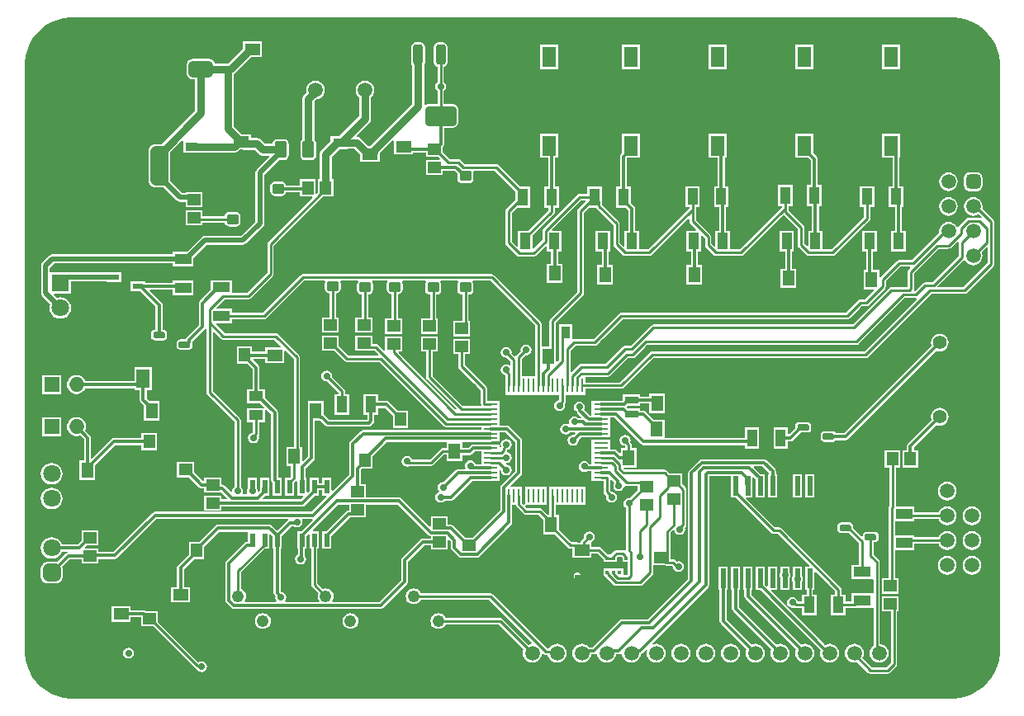
<source format=gtl>
G04*
G04 #@! TF.GenerationSoftware,Altium Limited,Altium Designer,24.1.2 (44)*
G04*
G04 Layer_Physical_Order=1*
G04 Layer_Color=255*
%FSLAX44Y44*%
%MOMM*%
G71*
G04*
G04 #@! TF.SameCoordinates,6BD88CD4-1E97-4B61-92EF-30D8DD190105*
G04*
G04*
G04 #@! TF.FilePolarity,Positive*
G04*
G01*
G75*
%ADD16C,0.5000*%
%ADD17C,0.2540*%
%ADD19R,1.1000X1.7500*%
%ADD20R,1.7500X1.1000*%
%ADD21R,0.2800X1.4700*%
%ADD22R,1.4700X0.2800*%
%ADD23R,1.4000X1.0000*%
G04:AMPARAMS|DCode=24|XSize=0.65mm|YSize=1.2mm|CornerRadius=0.1625mm|HoleSize=0mm|Usage=FLASHONLY|Rotation=270.000|XOffset=0mm|YOffset=0mm|HoleType=Round|Shape=RoundedRectangle|*
%AMROUNDEDRECTD24*
21,1,0.6500,0.8750,0,0,270.0*
21,1,0.3250,1.2000,0,0,270.0*
1,1,0.3250,-0.4375,-0.1625*
1,1,0.3250,-0.4375,0.1625*
1,1,0.3250,0.4375,0.1625*
1,1,0.3250,0.4375,-0.1625*
%
%ADD24ROUNDEDRECTD24*%
%ADD25R,1.3500X1.1500*%
G04:AMPARAMS|DCode=26|XSize=1.75mm|YSize=1.25mm|CornerRadius=0.3125mm|HoleSize=0mm|Usage=FLASHONLY|Rotation=90.000|XOffset=0mm|YOffset=0mm|HoleType=Round|Shape=RoundedRectangle|*
%AMROUNDEDRECTD26*
21,1,1.7500,0.6250,0,0,90.0*
21,1,1.1250,1.2500,0,0,90.0*
1,1,0.6250,0.3125,0.5625*
1,1,0.6250,0.3125,-0.5625*
1,1,0.6250,-0.3125,-0.5625*
1,1,0.6250,-0.3125,0.5625*
%
%ADD26ROUNDEDRECTD26*%
%ADD27R,1.3000X0.9000*%
%ADD28R,1.6000X1.2000*%
%ADD29R,1.1500X1.3500*%
%ADD30R,1.2000X1.6000*%
%ADD31R,1.4000X1.9500*%
%ADD32R,0.6000X2.0000*%
%ADD33R,0.9000X1.3000*%
%ADD34R,1.4000X0.7500*%
G04:AMPARAMS|DCode=35|XSize=1.2mm|YSize=1.1mm|CornerRadius=0.275mm|HoleSize=0mm|Usage=FLASHONLY|Rotation=0.000|XOffset=0mm|YOffset=0mm|HoleType=Round|Shape=RoundedRectangle|*
%AMROUNDEDRECTD35*
21,1,1.2000,0.5500,0,0,0.0*
21,1,0.6500,1.1000,0,0,0.0*
1,1,0.5500,0.3250,-0.2750*
1,1,0.5500,-0.3250,-0.2750*
1,1,0.5500,-0.3250,0.2750*
1,1,0.5500,0.3250,0.2750*
%
%ADD35ROUNDEDRECTD35*%
G04:AMPARAMS|DCode=36|XSize=3.3mm|YSize=2.1mm|CornerRadius=0.525mm|HoleSize=0mm|Usage=FLASHONLY|Rotation=0.000|XOffset=0mm|YOffset=0mm|HoleType=Round|Shape=RoundedRectangle|*
%AMROUNDEDRECTD36*
21,1,3.3000,1.0500,0,0,0.0*
21,1,2.2500,2.1000,0,0,0.0*
1,1,1.0500,1.1250,-0.5250*
1,1,1.0500,-1.1250,-0.5250*
1,1,1.0500,-1.1250,0.5250*
1,1,1.0500,1.1250,0.5250*
%
%ADD36ROUNDEDRECTD36*%
G04:AMPARAMS|DCode=37|XSize=1mm|YSize=2.1mm|CornerRadius=0.25mm|HoleSize=0mm|Usage=FLASHONLY|Rotation=0.000|XOffset=0mm|YOffset=0mm|HoleType=Round|Shape=RoundedRectangle|*
%AMROUNDEDRECTD37*
21,1,1.0000,1.6000,0,0,0.0*
21,1,0.5000,2.1000,0,0,0.0*
1,1,0.5000,0.2500,-0.8000*
1,1,0.5000,-0.2500,-0.8000*
1,1,0.5000,-0.2500,0.8000*
1,1,0.5000,0.2500,0.8000*
%
%ADD37ROUNDEDRECTD37*%
%ADD38R,1.1000X0.6000*%
%ADD39R,1.4000X2.1000*%
%ADD40R,0.6000X1.4500*%
G04:AMPARAMS|DCode=41|XSize=1.7mm|YSize=2.5mm|CornerRadius=0.425mm|HoleSize=0mm|Usage=FLASHONLY|Rotation=270.000|XOffset=0mm|YOffset=0mm|HoleType=Round|Shape=RoundedRectangle|*
%AMROUNDEDRECTD41*
21,1,1.7000,1.6500,0,0,270.0*
21,1,0.8500,2.5000,0,0,270.0*
1,1,0.8500,-0.8250,-0.4250*
1,1,0.8500,-0.8250,0.4250*
1,1,0.8500,0.8250,0.4250*
1,1,0.8500,0.8250,-0.4250*
%
%ADD41ROUNDEDRECTD41*%
%ADD82R,0.3500X0.3500*%
%ADD83C,0.3000*%
%ADD84C,0.8000*%
%ADD85C,1.5000*%
G04:AMPARAMS|DCode=86|XSize=1.5mm|YSize=1.5mm|CornerRadius=0.375mm|HoleSize=0mm|Usage=FLASHONLY|Rotation=270.000|XOffset=0mm|YOffset=0mm|HoleType=Round|Shape=RoundedRectangle|*
%AMROUNDEDRECTD86*
21,1,1.5000,0.7500,0,0,270.0*
21,1,0.7500,1.5000,0,0,270.0*
1,1,0.7500,-0.3750,-0.3750*
1,1,0.7500,-0.3750,0.3750*
1,1,0.7500,0.3750,0.3750*
1,1,0.7500,0.3750,-0.3750*
%
%ADD86ROUNDEDRECTD86*%
%ADD87R,1.2220X1.2220*%
%ADD88C,1.2220*%
%ADD89R,1.5400X1.5240*%
%ADD90O,1.5400X1.5240*%
%ADD91C,1.8000*%
%ADD92R,1.8000X1.8000*%
%ADD93C,1.4080*%
%ADD94C,7.0000*%
G04:AMPARAMS|DCode=95|XSize=4mm|YSize=1.8mm|CornerRadius=0.45mm|HoleSize=0mm|Usage=FLASHONLY|Rotation=90.000|XOffset=0mm|YOffset=0mm|HoleType=Round|Shape=RoundedRectangle|*
%AMROUNDEDRECTD95*
21,1,4.0000,0.9000,0,0,90.0*
21,1,3.1000,1.8000,0,0,90.0*
1,1,0.9000,0.4500,1.5500*
1,1,0.9000,0.4500,-1.5500*
1,1,0.9000,-0.4500,-1.5500*
1,1,0.9000,-0.4500,1.5500*
%
%ADD95ROUNDEDRECTD95*%
G04:AMPARAMS|DCode=96|XSize=4mm|YSize=1.8mm|CornerRadius=0.45mm|HoleSize=0mm|Usage=FLASHONLY|Rotation=180.000|XOffset=0mm|YOffset=0mm|HoleType=Round|Shape=RoundedRectangle|*
%AMROUNDEDRECTD96*
21,1,4.0000,0.9000,0,0,180.0*
21,1,3.1000,1.8000,0,0,180.0*
1,1,0.9000,-1.5500,0.4500*
1,1,0.9000,1.5500,0.4500*
1,1,0.9000,1.5500,-0.4500*
1,1,0.9000,-1.5500,-0.4500*
%
%ADD96ROUNDEDRECTD96*%
G04:AMPARAMS|DCode=97|XSize=1.8mm|YSize=1.8mm|CornerRadius=0.45mm|HoleSize=0mm|Usage=FLASHONLY|Rotation=180.000|XOffset=0mm|YOffset=0mm|HoleType=Round|Shape=RoundedRectangle|*
%AMROUNDEDRECTD97*
21,1,1.8000,0.9000,0,0,180.0*
21,1,0.9000,1.8000,0,0,180.0*
1,1,0.9000,-0.4500,0.4500*
1,1,0.9000,0.4500,0.4500*
1,1,0.9000,0.4500,-0.4500*
1,1,0.9000,-0.4500,-0.4500*
%
%ADD97ROUNDEDRECTD97*%
%ADD98C,1.5200*%
G04:AMPARAMS|DCode=99|XSize=1.52mm|YSize=1.52mm|CornerRadius=0.38mm|HoleSize=0mm|Usage=FLASHONLY|Rotation=0.000|XOffset=0mm|YOffset=0mm|HoleType=Round|Shape=RoundedRectangle|*
%AMROUNDEDRECTD99*
21,1,1.5200,0.7600,0,0,0.0*
21,1,0.7600,1.5200,0,0,0.0*
1,1,0.7600,0.3800,-0.3800*
1,1,0.7600,-0.3800,-0.3800*
1,1,0.7600,-0.3800,0.3800*
1,1,0.7600,0.3800,0.3800*
%
%ADD99ROUNDEDRECTD99*%
%ADD100C,0.7000*%
G36*
X950000Y700000D02*
X953277D01*
X959775Y699144D01*
X966106Y697448D01*
X972162Y694940D01*
X977838Y691663D01*
X983038Y687673D01*
X987673Y683038D01*
X991663Y677838D01*
X994940Y672162D01*
X997448Y666106D01*
X999144Y659775D01*
X1000000Y653277D01*
Y650000D01*
X1000000Y650000D01*
X1000000Y650000D01*
X1000000Y50000D01*
Y46723D01*
X999145Y40224D01*
X997448Y33893D01*
X994940Y27838D01*
X991663Y22162D01*
X987673Y16962D01*
X983038Y12327D01*
X977838Y8337D01*
X972162Y5060D01*
X966106Y2552D01*
X959775Y856D01*
X953277Y0D01*
X950000Y0D01*
X50000Y0D01*
X46723D01*
X40224Y856D01*
X33893Y2552D01*
X27838Y5060D01*
X22162Y8337D01*
X16962Y12327D01*
X12327Y16962D01*
X8337Y22162D01*
X5060Y27838D01*
X2552Y33893D01*
X856Y40224D01*
X0Y46723D01*
X0Y50000D01*
X0Y650000D01*
Y653277D01*
X856Y659775D01*
X2552Y666106D01*
X5060Y672162D01*
X8337Y677838D01*
X12327Y683038D01*
X16962Y687673D01*
X22162Y691663D01*
X27838Y694940D01*
X33893Y697448D01*
X40224Y699144D01*
X46723Y700000D01*
X50000Y700000D01*
X50000Y700000D01*
X950000Y700000D01*
D02*
G37*
%LPC*%
G36*
X243680Y675010D02*
X223680D01*
Y667662D01*
X208566Y652548D01*
X195291D01*
X195177Y653119D01*
X193796Y655186D01*
X191729Y656567D01*
X189290Y657052D01*
X172790D01*
X170351Y656567D01*
X168284Y655186D01*
X166903Y653119D01*
X166418Y650680D01*
Y642180D01*
X166903Y639741D01*
X168284Y637674D01*
X170351Y636293D01*
X172790Y635808D01*
X174923D01*
Y603694D01*
X140655Y569426D01*
X133750D01*
X132053Y569203D01*
X130472Y568548D01*
X129114Y567506D01*
X128072Y566148D01*
X127417Y564567D01*
X127194Y562870D01*
Y531870D01*
X127417Y530173D01*
X128072Y528592D01*
X129114Y527234D01*
X130472Y526192D01*
X132053Y525537D01*
X133750Y525314D01*
X142750D01*
X142810Y525322D01*
X156496Y511636D01*
X157984Y510641D01*
X159740Y510292D01*
X165240D01*
Y504780D01*
X182740D01*
Y520280D01*
X165240D01*
Y519468D01*
X161640D01*
X149298Y531810D01*
X149306Y531870D01*
Y560775D01*
X161680Y573148D01*
X162950Y572622D01*
Y560530D01*
X179950D01*
Y560912D01*
X215520D01*
X217861Y561378D01*
X219846Y562704D01*
X220902Y563760D01*
X223659D01*
X224250Y563643D01*
X235946D01*
X240034Y559554D01*
X242019Y558228D01*
X244360Y557762D01*
X250844D01*
X251331Y556589D01*
X238056Y543314D01*
X237061Y541826D01*
X236712Y540070D01*
Y489580D01*
X222368Y475237D01*
X184828D01*
X183073Y474887D01*
X181584Y473893D01*
X166821Y459130D01*
X151810D01*
Y456218D01*
X28720D01*
X26964Y455869D01*
X25476Y454874D01*
X18346Y447744D01*
X17351Y446256D01*
X17002Y444500D01*
Y416560D01*
X17351Y414804D01*
X18346Y413316D01*
X26511Y405151D01*
X26113Y404192D01*
X25735Y401320D01*
X26113Y398448D01*
X27222Y395773D01*
X28985Y393475D01*
X31282Y391712D01*
X33958Y390603D01*
X36830Y390225D01*
X39702Y390603D01*
X42378Y391712D01*
X44675Y393475D01*
X46438Y395773D01*
X47547Y398448D01*
X47925Y401320D01*
X47547Y404192D01*
X46438Y406867D01*
X44675Y409165D01*
X42378Y410928D01*
X39702Y412037D01*
X36830Y412415D01*
X33958Y412037D01*
X32999Y411640D01*
X30092Y414547D01*
X30578Y415720D01*
X47830D01*
Y428482D01*
X84490D01*
Y428070D01*
X99490D01*
Y438070D01*
X84490D01*
Y437658D01*
X47830D01*
Y437720D01*
X26178D01*
Y442599D01*
X30621Y447042D01*
X151810D01*
Y444130D01*
X173310D01*
Y452641D01*
X186729Y466060D01*
X224268D01*
X226024Y466410D01*
X227513Y467404D01*
X244544Y484436D01*
X245539Y485924D01*
X245888Y487680D01*
Y538170D01*
X260748Y553030D01*
X265735D01*
X267735Y553427D01*
X269430Y554560D01*
X270563Y556255D01*
X270960Y558255D01*
Y569505D01*
X270563Y571505D01*
X269430Y573200D01*
X267735Y574333D01*
X265735Y574730D01*
X259485D01*
X257485Y574333D01*
X255790Y573200D01*
X254657Y571505D01*
X254358Y569997D01*
X246894D01*
X242806Y574086D01*
X240821Y575412D01*
X238480Y575877D01*
X232250D01*
Y579760D01*
X222793D01*
X222576Y580086D01*
X214398Y588264D01*
Y641417D01*
X215426Y642104D01*
X232332Y659010D01*
X243680D01*
Y675010D01*
D02*
G37*
G36*
X897640Y671410D02*
X879640D01*
Y646410D01*
X897640D01*
Y671410D01*
D02*
G37*
G36*
X808740D02*
X790740D01*
Y646410D01*
X808740D01*
Y671410D01*
D02*
G37*
G36*
X719840D02*
X701840D01*
Y646410D01*
X719840D01*
Y671410D01*
D02*
G37*
G36*
X630940D02*
X612940D01*
Y646410D01*
X630940D01*
Y671410D01*
D02*
G37*
G36*
X547120D02*
X529120D01*
Y646410D01*
X547120D01*
Y671410D01*
D02*
G37*
G36*
X429220Y674008D02*
X424220D01*
X422464Y673659D01*
X420976Y672664D01*
X419981Y671176D01*
X419632Y669420D01*
Y653420D01*
X419981Y651664D01*
X420976Y650176D01*
X422464Y649181D01*
X423386Y648998D01*
Y633037D01*
X422755Y632615D01*
X421539Y630796D01*
X421112Y628650D01*
X421539Y626504D01*
X422755Y624685D01*
X423386Y624263D01*
Y610983D01*
X415470D01*
X413577Y610733D01*
X411814Y610003D01*
X411107Y609461D01*
X409837Y610087D01*
Y650734D01*
X410459Y651664D01*
X410808Y653420D01*
Y669420D01*
X410459Y671176D01*
X409464Y672664D01*
X407976Y673659D01*
X406220Y674008D01*
X401220D01*
X399464Y673659D01*
X397976Y672664D01*
X396981Y671176D01*
X396632Y669420D01*
Y653420D01*
X396981Y651664D01*
X397603Y650734D01*
Y610984D01*
X354004Y567386D01*
X352761Y567811D01*
X345406Y575166D01*
X343421Y576492D01*
X341134Y576947D01*
X340817Y577418D01*
X340522Y578131D01*
X353576Y591184D01*
X354902Y593169D01*
X355368Y595510D01*
Y617560D01*
X356025Y618064D01*
X357548Y620049D01*
X358506Y622360D01*
X358832Y624840D01*
X358506Y627320D01*
X357548Y629631D01*
X356025Y631615D01*
X354041Y633138D01*
X351730Y634095D01*
X349250Y634422D01*
X346770Y634095D01*
X344459Y633138D01*
X342475Y631615D01*
X340952Y629631D01*
X339995Y627320D01*
X339668Y624840D01*
X339995Y622360D01*
X340952Y620049D01*
X342475Y618064D01*
X343133Y617560D01*
Y598044D01*
X322429Y577340D01*
X314080D01*
Y572991D01*
X304644Y563556D01*
X303318Y561571D01*
X302852Y559230D01*
Y533260D01*
X301220D01*
Y520475D01*
X299393Y518648D01*
X298220Y519134D01*
Y533260D01*
X282720D01*
Y527149D01*
X268280D01*
X268074Y528183D01*
X267024Y529754D01*
X265453Y530804D01*
X263600Y531173D01*
X257100D01*
X255247Y530804D01*
X253675Y529754D01*
X252626Y528183D01*
X252257Y526330D01*
Y520830D01*
X252626Y518977D01*
X253675Y517406D01*
X255247Y516356D01*
X257100Y515987D01*
X263600D01*
X265453Y516356D01*
X267024Y517406D01*
X268074Y518977D01*
X268280Y520011D01*
X282720D01*
Y515760D01*
X294846D01*
X295332Y514587D01*
X249925Y469180D01*
X249202Y468098D01*
X248948Y466822D01*
Y437813D01*
X228119Y416984D01*
X212680D01*
Y429920D01*
X191180D01*
Y419967D01*
X179756Y408543D01*
X178983Y407385D01*
X178711Y406019D01*
Y383508D01*
X165938Y370734D01*
X165164Y369577D01*
X165089Y369201D01*
X159755D01*
X158341Y368920D01*
X157142Y368119D01*
X156340Y366919D01*
X156059Y365505D01*
Y362255D01*
X156340Y360841D01*
X157142Y359641D01*
X158341Y358840D01*
X159755Y358559D01*
X168505D01*
X169919Y358840D01*
X171119Y359641D01*
X171920Y360841D01*
X172201Y362255D01*
Y365505D01*
X172030Y366367D01*
Y366733D01*
X184803Y379506D01*
X185306Y380259D01*
X186576Y379874D01*
Y314605D01*
X186830Y313329D01*
X187553Y312247D01*
X215153Y284646D01*
Y217747D01*
X214522Y217325D01*
X213307Y215506D01*
X212880Y213360D01*
X212953Y212989D01*
X211783Y212364D01*
X205056Y219091D01*
X203898Y219864D01*
X202533Y220136D01*
X201790D01*
Y227460D01*
X184290D01*
Y223660D01*
X183020Y223437D01*
X173850Y232607D01*
Y243060D01*
X156350D01*
Y227560D01*
X168803D01*
X179177Y217187D01*
X180334Y216413D01*
X181700Y216141D01*
X184290D01*
Y211960D01*
X201790D01*
X201790Y211960D01*
Y211960D01*
X202759Y211295D01*
X208101Y205952D01*
X207615Y204779D01*
X201790D01*
Y208960D01*
X184290D01*
Y193460D01*
X201790D01*
Y197641D01*
X284890D01*
X286256Y197913D01*
X287413Y198687D01*
X297227Y208500D01*
X302180D01*
Y214181D01*
X304880D01*
Y208500D01*
X309124D01*
X309610Y207327D01*
X294462Y192179D01*
X134000D01*
X132634Y191907D01*
X131477Y191133D01*
X91232Y150889D01*
X76060D01*
Y154350D01*
X62266D01*
X61780Y155523D01*
X63607Y157350D01*
X76060D01*
Y172850D01*
X58560D01*
Y162397D01*
X54672Y158509D01*
X38368D01*
X37548Y160487D01*
X35785Y162785D01*
X33488Y164548D01*
X30812Y165657D01*
X27940Y166035D01*
X25068Y165657D01*
X22392Y164548D01*
X20095Y162785D01*
X18332Y160487D01*
X17223Y157812D01*
X16845Y154940D01*
X17223Y152068D01*
X18332Y149392D01*
X20095Y147095D01*
X22392Y145331D01*
X25068Y144223D01*
X27940Y143845D01*
X30812Y144223D01*
X33487Y145331D01*
X35785Y147095D01*
X37548Y149392D01*
X38368Y151371D01*
X44537D01*
X44662Y150101D01*
X43634Y149897D01*
X42477Y149123D01*
X33774Y140421D01*
X32440Y140596D01*
X23440D01*
X21743Y140373D01*
X20162Y139718D01*
X18804Y138676D01*
X17762Y137318D01*
X17107Y135737D01*
X16884Y134040D01*
Y125040D01*
X17107Y123343D01*
X17762Y121762D01*
X18804Y120404D01*
X20162Y119362D01*
X21743Y118707D01*
X23440Y118484D01*
X32440D01*
X34137Y118707D01*
X35718Y119362D01*
X37076Y120404D01*
X38118Y121762D01*
X38773Y123343D01*
X38996Y125040D01*
Y134040D01*
X38821Y135374D01*
X46478Y143031D01*
X58560D01*
Y138850D01*
X76060D01*
Y143751D01*
X92710D01*
X94076Y144023D01*
X95233Y144797D01*
X135478Y185041D01*
X270120D01*
X270505Y183771D01*
X269901Y183368D01*
X259080Y172547D01*
X253843Y177783D01*
X252686Y178557D01*
X251320Y178829D01*
X198390D01*
X197024Y178557D01*
X195867Y177783D01*
X179233Y161150D01*
X168780D01*
Y148697D01*
X157497Y137413D01*
X156723Y136256D01*
X156451Y134890D01*
Y114940D01*
X150020D01*
Y98940D01*
X170020D01*
Y114940D01*
X163589D01*
Y133412D01*
X173827Y143650D01*
X184280D01*
Y156103D01*
X199868Y171691D01*
X228680D01*
Y161465D01*
X228420D01*
X227054Y161193D01*
X225897Y160419D01*
X206867Y141390D01*
X206093Y140232D01*
X205821Y138866D01*
Y101419D01*
X206093Y100054D01*
X206867Y98896D01*
X212496Y93267D01*
X213654Y92493D01*
X215019Y92221D01*
X365030D01*
X366396Y92493D01*
X367553Y93267D01*
X392413Y118127D01*
X393187Y119284D01*
X393459Y120650D01*
Y140762D01*
X410058Y157361D01*
X416700D01*
Y153180D01*
X434200D01*
Y162924D01*
X435373Y163410D01*
X437122Y161662D01*
Y155630D01*
X437393Y154265D01*
X438167Y153107D01*
X445207Y146067D01*
X446365Y145293D01*
X447730Y145021D01*
X464130D01*
X465495Y145293D01*
X466653Y146067D01*
X499303Y178717D01*
X500077Y179875D01*
X500349Y181240D01*
Y198870D01*
X503744D01*
X503830Y198440D01*
X504552Y197358D01*
X511510Y190400D01*
X512592Y189678D01*
X513868Y189424D01*
X526941D01*
X532010Y184355D01*
Y169070D01*
X543295D01*
X557332Y155033D01*
X558414Y154310D01*
X559690Y154056D01*
X561500D01*
Y144660D01*
X581500D01*
Y149326D01*
X587679D01*
X593560Y143445D01*
Y140660D01*
X607560D01*
Y144568D01*
X607624Y144890D01*
Y145133D01*
X608587Y146096D01*
X612034D01*
X612996Y145133D01*
Y144890D01*
X613060Y144568D01*
Y140660D01*
X618496D01*
Y128187D01*
X617716Y127407D01*
X614060D01*
Y133660D01*
X604612D01*
X604290Y133724D01*
X603968Y133660D01*
X593560D01*
Y126160D01*
X594957D01*
X595433Y125448D01*
X603858Y117022D01*
X604940Y116300D01*
X606216Y116046D01*
X631190D01*
X632466Y116300D01*
X633548Y117022D01*
X643867Y127343D01*
X644590Y128424D01*
X644844Y129700D01*
Y137040D01*
X657188D01*
X657510Y136976D01*
X663552D01*
X665030Y135498D01*
X665379Y133744D01*
X666595Y131925D01*
X668414Y130709D01*
X670560Y130282D01*
X672706Y130709D01*
X674525Y131925D01*
X675741Y133744D01*
X676168Y135890D01*
X675741Y138036D01*
X674525Y139855D01*
X672706Y141071D01*
X670560Y141498D01*
X668809Y141149D01*
X667291Y142668D01*
X666209Y143390D01*
X664933Y143644D01*
X662780D01*
Y149448D01*
X662844Y149770D01*
Y170969D01*
X665083Y173208D01*
X666461Y172790D01*
X666649Y171844D01*
X667865Y170025D01*
X669684Y168809D01*
X671830Y168382D01*
X673976Y168809D01*
X675795Y170025D01*
X677011Y171844D01*
X677438Y173990D01*
X677089Y175741D01*
X677858Y176509D01*
X678580Y177591D01*
X678834Y178867D01*
Y214860D01*
X678580Y216136D01*
X677858Y217218D01*
X674230Y220845D01*
Y231630D01*
X661445D01*
X658765Y234310D01*
X657684Y235032D01*
X656408Y235286D01*
X615249D01*
X614155Y236380D01*
X614681Y237650D01*
X627500D01*
Y257650D01*
X622834D01*
Y260673D01*
X622580Y261949D01*
X621857Y263031D01*
X621209Y263679D01*
X621558Y265430D01*
X621131Y267576D01*
X619915Y269395D01*
X618096Y270611D01*
X615950Y271038D01*
X613804Y270611D01*
X611985Y269395D01*
X610769Y267576D01*
X610342Y265430D01*
X610769Y263284D01*
X611985Y261465D01*
X613804Y260249D01*
X615558Y259900D01*
X616166Y259292D01*
Y257650D01*
X611500D01*
Y252922D01*
X610327Y252436D01*
X607820Y254943D01*
X606662Y255717D01*
X605296Y255989D01*
X600330D01*
Y265820D01*
X581630D01*
Y254020D01*
Y240989D01*
X579109D01*
X578005Y242640D01*
X576186Y243856D01*
X574040Y244283D01*
X571894Y243856D01*
X570075Y242640D01*
X568859Y240821D01*
X568432Y238675D01*
X568859Y236529D01*
X570075Y234710D01*
X571894Y233494D01*
X574040Y233067D01*
X576186Y233494D01*
X576720Y233851D01*
X581630D01*
Y224020D01*
X593726D01*
Y212428D01*
X593980Y211152D01*
X594702Y210070D01*
X596603Y208170D01*
X596372Y207010D01*
X596799Y204864D01*
X598015Y203045D01*
X599834Y201829D01*
X601980Y201402D01*
X604126Y201829D01*
X605945Y203045D01*
X607161Y204864D01*
X607588Y207010D01*
X607161Y209156D01*
X605945Y210975D01*
X604126Y212191D01*
X601980Y212618D01*
X601651Y212552D01*
X600394Y213809D01*
Y225000D01*
X601567Y225486D01*
X604896Y222157D01*
X604109Y220979D01*
X603682Y218833D01*
X604109Y216687D01*
X605324Y214868D01*
X607144Y213652D01*
X609290Y213225D01*
X611436Y213652D01*
X613255Y214868D01*
X614471Y216687D01*
X614789Y218287D01*
X615994Y218921D01*
X616113Y218930D01*
X616114Y218930D01*
X617389Y218676D01*
X628790D01*
Y214495D01*
X620508Y206213D01*
X619763Y206361D01*
X617617Y205934D01*
X615798Y204718D01*
X614582Y202899D01*
X614155Y200753D01*
X614582Y198607D01*
X615798Y196788D01*
X616429Y196366D01*
Y152876D01*
X615613Y152282D01*
X615201Y152169D01*
X614690Y152510D01*
X613414Y152764D01*
X607206D01*
X605930Y152510D01*
X604848Y151788D01*
X601932Y148872D01*
X601457Y148160D01*
X598275D01*
X591418Y155017D01*
X590336Y155740D01*
X589060Y155994D01*
X581500D01*
Y160660D01*
X582040Y161706D01*
X583085Y162405D01*
X584301Y164224D01*
X584728Y166370D01*
X584301Y168516D01*
X583085Y170335D01*
X581266Y171551D01*
X579120Y171978D01*
X576974Y171551D01*
X575155Y170335D01*
X573939Y168516D01*
X573512Y166370D01*
X573660Y165625D01*
X571594Y163559D01*
X570871Y162477D01*
X570617Y161201D01*
Y160660D01*
X567092D01*
X566770Y160724D01*
X561071D01*
X548010Y173785D01*
Y189070D01*
X545114D01*
Y198870D01*
X575180D01*
Y217570D01*
X538380D01*
Y198870D01*
X538446D01*
Y189070D01*
X536725D01*
X530680Y195115D01*
X529598Y195838D01*
X528322Y196092D01*
X515249D01*
X513741Y197600D01*
X514267Y198870D01*
X535180D01*
Y217570D01*
X513380D01*
Y199757D01*
X512110Y199231D01*
X510244Y201096D01*
Y208090D01*
X510180Y208412D01*
Y217570D01*
X499136D01*
X498650Y218743D01*
X509253Y229346D01*
X510027Y230504D01*
X510299Y231870D01*
Y265430D01*
X510027Y266796D01*
X509253Y267953D01*
X497363Y279843D01*
X496206Y280617D01*
X494840Y280889D01*
X486930D01*
Y294020D01*
Y305820D01*
X474834D01*
Y318235D01*
X474580Y319511D01*
X473857Y320592D01*
X451644Y342806D01*
Y353840D01*
X457060D01*
Y369340D01*
X439560D01*
Y353840D01*
X444976D01*
Y341425D01*
X445230Y340149D01*
X445952Y339067D01*
X468166Y316854D01*
Y302550D01*
X468230Y302228D01*
Y300754D01*
X449451D01*
X418624Y331581D01*
Y356380D01*
X424040D01*
Y371880D01*
X406540D01*
Y356380D01*
X411956D01*
Y330200D01*
X412210Y328924D01*
X412933Y327842D01*
X442878Y297897D01*
X442460Y296519D01*
X442290Y296485D01*
X383608Y355167D01*
X384094Y356340D01*
X387210D01*
Y371840D01*
X369710D01*
Y358024D01*
X368537Y357538D01*
X362798Y363278D01*
X361716Y364000D01*
X360440Y364254D01*
X356730D01*
Y373150D01*
X339230D01*
Y357650D01*
X352138D01*
X352460Y357586D01*
X359059D01*
X362888Y353757D01*
X362402Y352584D01*
X332221D01*
X322440Y362365D01*
Y373150D01*
X304940D01*
Y357650D01*
X317725D01*
X328483Y346893D01*
X329564Y346170D01*
X330840Y345916D01*
X364309D01*
X430162Y280062D01*
X431244Y279340D01*
X432519Y279086D01*
X468230D01*
Y275989D01*
X347350D01*
X345984Y275717D01*
X344827Y274943D01*
X334027Y264143D01*
X333253Y262986D01*
X332981Y261620D01*
Y230698D01*
X316053Y213770D01*
X314880Y214256D01*
Y227000D01*
X304880D01*
Y221319D01*
X302180D01*
Y227000D01*
X292180D01*
Y213547D01*
X290653Y212020D01*
X289480Y212506D01*
Y227000D01*
X288049D01*
Y236372D01*
X296733Y245057D01*
X297507Y246215D01*
X297779Y247580D01*
Y285910D01*
X302865D01*
X303210Y285841D01*
X303732D01*
X308887Y280687D01*
X310044Y279913D01*
X311410Y279641D01*
X353060D01*
X354426Y279913D01*
X355583Y280687D01*
X357633Y282737D01*
X358407Y283894D01*
X358679Y285260D01*
Y291510D01*
X362610D01*
Y298691D01*
X370002D01*
X377970Y290723D01*
Y278270D01*
X393470D01*
Y295770D01*
X383017D01*
X374003Y304783D01*
X372846Y305557D01*
X371480Y305829D01*
X362610D01*
Y313010D01*
X347610D01*
Y291510D01*
X351541D01*
Y286779D01*
X312888D01*
X307733Y291933D01*
X306710Y292617D01*
Y305910D01*
X290710D01*
Y291755D01*
X290641Y291410D01*
Y249058D01*
X285773Y244190D01*
X284600Y244676D01*
Y258920D01*
X282734D01*
Y350520D01*
X282480Y351796D01*
X281758Y352878D01*
X260168Y374468D01*
X259086Y375190D01*
X257810Y375444D01*
X205247D01*
X196444Y384247D01*
X196930Y385420D01*
X212680D01*
Y389586D01*
X245847D01*
X247123Y389840D01*
X248204Y390563D01*
X286918Y429276D01*
X307651D01*
X308419Y428006D01*
X308137Y426590D01*
Y421090D01*
X308506Y419237D01*
X309555Y417665D01*
X311127Y416616D01*
X312896Y416264D01*
Y391650D01*
X304940D01*
Y376150D01*
X322440D01*
Y391650D01*
X319564D01*
Y416264D01*
X321333Y416616D01*
X322905Y417665D01*
X323954Y419237D01*
X324323Y421090D01*
Y426590D01*
X324041Y428006D01*
X324809Y429276D01*
X341403D01*
X342082Y428006D01*
X341526Y427173D01*
X341157Y425320D01*
Y419820D01*
X341526Y417967D01*
X342575Y416395D01*
X344147Y415346D01*
X345916Y414994D01*
Y391650D01*
X339230D01*
Y376150D01*
X356730D01*
Y391650D01*
X352584D01*
Y414994D01*
X354353Y415346D01*
X355924Y416395D01*
X356974Y417967D01*
X357343Y419820D01*
Y425320D01*
X356974Y427173D01*
X356418Y428006D01*
X357097Y429276D01*
X371703D01*
X372382Y428006D01*
X372006Y427443D01*
X371637Y425590D01*
Y420090D01*
X372006Y418237D01*
X373055Y416665D01*
X374627Y415616D01*
X376396Y415264D01*
Y390340D01*
X369710D01*
Y374840D01*
X387210D01*
Y390340D01*
X383064D01*
Y415264D01*
X384833Y415616D01*
X386404Y416665D01*
X387454Y418237D01*
X387823Y420090D01*
Y425590D01*
X387454Y427443D01*
X387079Y428006D01*
X387757Y429276D01*
X411253D01*
X411932Y428006D01*
X411376Y427173D01*
X411007Y425320D01*
Y419820D01*
X411376Y417967D01*
X412425Y416395D01*
X413997Y415346D01*
X415766Y414994D01*
Y390380D01*
X406540D01*
Y374880D01*
X424040D01*
Y390380D01*
X422434D01*
Y414994D01*
X424203Y415346D01*
X425774Y416395D01*
X426824Y417967D01*
X427193Y419820D01*
Y425320D01*
X426824Y427173D01*
X426268Y428006D01*
X426947Y429276D01*
X444273D01*
X444952Y428006D01*
X444396Y427173D01*
X444027Y425320D01*
Y419820D01*
X444396Y417967D01*
X445446Y416395D01*
X447017Y415346D01*
X448786Y414994D01*
Y387840D01*
X439560D01*
Y372340D01*
X457060D01*
Y387840D01*
X455454D01*
Y414994D01*
X457223Y415346D01*
X458795Y416395D01*
X459844Y417967D01*
X460213Y419820D01*
Y425320D01*
X459844Y427173D01*
X459288Y428006D01*
X459967Y429276D01*
X477869D01*
X523446Y383699D01*
Y330970D01*
X510089D01*
Y349164D01*
X513605Y352680D01*
X514350Y352532D01*
X516496Y352959D01*
X518315Y354175D01*
X519531Y355994D01*
X519958Y358140D01*
X519531Y360286D01*
X518315Y362105D01*
X516496Y363321D01*
X514350Y363748D01*
X512204Y363321D01*
X510385Y362105D01*
X509169Y360286D01*
X508742Y358140D01*
X508890Y357395D01*
X504398Y352902D01*
X503933Y352208D01*
X502486Y351859D01*
X499490Y354855D01*
X499638Y355600D01*
X499211Y357746D01*
X497995Y359565D01*
X496176Y360781D01*
X494030Y361208D01*
X491884Y360781D01*
X490065Y359565D01*
X488849Y357746D01*
X488422Y355600D01*
X488849Y353454D01*
X490065Y351635D01*
X491884Y350419D01*
X494030Y349992D01*
X494775Y350140D01*
X498446Y346469D01*
Y343012D01*
X497176Y342333D01*
X496176Y343001D01*
X494030Y343428D01*
X491884Y343001D01*
X490065Y341785D01*
X488849Y339966D01*
X488422Y337820D01*
X488849Y335674D01*
X490065Y333855D01*
X491884Y332639D01*
X493446Y332328D01*
Y330970D01*
X493380D01*
Y312270D01*
X548446D01*
Y306718D01*
X548248Y306520D01*
X546494Y306171D01*
X544675Y304955D01*
X543459Y303136D01*
X543032Y300990D01*
X543459Y298844D01*
X544675Y297025D01*
X546494Y295809D01*
X548640Y295382D01*
X550786Y295809D01*
X552605Y297025D01*
X553821Y298844D01*
X554248Y300990D01*
X553899Y302741D01*
X554137Y302979D01*
X554860Y304061D01*
X555114Y305337D01*
Y312270D01*
X575180D01*
Y318286D01*
X612046D01*
X613322Y318540D01*
X614403Y319263D01*
X645037Y349896D01*
X862500D01*
X863776Y350150D01*
X864857Y350872D01*
X929751Y415766D01*
X963930D01*
X965206Y416020D01*
X966288Y416743D01*
X993667Y444122D01*
X994390Y445204D01*
X994644Y446480D01*
Y489400D01*
X994390Y490676D01*
X993667Y491757D01*
X982118Y503306D01*
X982402Y505460D01*
X982076Y507940D01*
X981118Y510251D01*
X979595Y512235D01*
X977611Y513758D01*
X975300Y514715D01*
X972820Y515042D01*
X970340Y514715D01*
X968029Y513758D01*
X966044Y512235D01*
X964522Y510251D01*
X963565Y507940D01*
X963238Y505460D01*
X963565Y502980D01*
X964522Y500669D01*
X966044Y498685D01*
X968029Y497162D01*
X970340Y496204D01*
X972820Y495878D01*
X975300Y496204D01*
X977611Y497162D01*
X978302Y497692D01*
X981638Y494356D01*
X980829Y493370D01*
X980020Y493910D01*
X978744Y494164D01*
X968359D01*
X967083Y493910D01*
X966001Y493188D01*
X957762Y484949D01*
X957324Y484293D01*
X955935Y484328D01*
X955718Y484851D01*
X954195Y486835D01*
X952211Y488358D01*
X949900Y489315D01*
X947420Y489642D01*
X944940Y489315D01*
X942629Y488358D01*
X940645Y486835D01*
X939122Y484851D01*
X938165Y482540D01*
X937838Y480060D01*
X938014Y478724D01*
X909664Y450374D01*
X896620D01*
X895344Y450120D01*
X894262Y449398D01*
X877690Y432825D01*
X877288Y432868D01*
X876420Y433258D01*
Y440530D01*
X870199D01*
Y459250D01*
X874130D01*
Y480750D01*
X859130D01*
Y459250D01*
X863061D01*
Y440530D01*
X860420D01*
Y420530D01*
X870670D01*
X871156Y419357D01*
X861904Y410104D01*
X857196D01*
X855920Y409850D01*
X854838Y409128D01*
X842275Y396564D01*
X611941D01*
X610666Y396310D01*
X609584Y395588D01*
X583481Y369484D01*
X563685D01*
X562690Y369286D01*
X561420Y369980D01*
Y384420D01*
X548420D01*
Y373012D01*
X548356Y372690D01*
Y348290D01*
X546123Y346058D01*
X544950Y346544D01*
Y356198D01*
X545014Y356520D01*
Y386629D01*
X572588Y414202D01*
X573310Y415284D01*
X573564Y416560D01*
Y499159D01*
X578655Y504250D01*
X586036D01*
X586562Y503462D01*
X603726Y486299D01*
Y466656D01*
X603980Y465380D01*
X604702Y464298D01*
X613378Y455622D01*
X614460Y454900D01*
X615736Y454646D01*
X640860D01*
X642136Y454900D01*
X643217Y455622D01*
X680513Y492918D01*
X681686Y492432D01*
Y490145D01*
X681940Y488869D01*
X682663Y487787D01*
X688526Y481923D01*
X688040Y480750D01*
X678790D01*
Y459250D01*
X683241D01*
Y445610D01*
X678810D01*
Y425610D01*
X694810D01*
Y445610D01*
X690379D01*
Y459250D01*
X693790D01*
Y475000D01*
X694963Y475486D01*
X697706Y472743D01*
Y465876D01*
X697960Y464600D01*
X698682Y463518D01*
X706578Y455622D01*
X707660Y454900D01*
X708935Y454646D01*
X734840D01*
X736116Y454900D01*
X737197Y455622D01*
X778510Y496935D01*
X792956Y482489D01*
Y465876D01*
X793210Y464600D01*
X793932Y463518D01*
X801828Y455622D01*
X802910Y454900D01*
X804185Y454646D01*
X828820D01*
X830096Y454900D01*
X831178Y455622D01*
X866448Y490892D01*
X867170Y491974D01*
X867424Y493250D01*
Y504870D01*
X871590D01*
Y526370D01*
X856590D01*
Y504870D01*
X860756D01*
Y494631D01*
X827439Y461314D01*
X818540D01*
Y480750D01*
X814609D01*
Y506140D01*
X817270D01*
Y527640D01*
X813339D01*
Y554380D01*
X813067Y555746D01*
X812293Y556903D01*
X808740Y560457D01*
Y580410D01*
X790740D01*
Y555410D01*
X803693D01*
X806201Y552902D01*
Y527640D01*
X802270D01*
Y506140D01*
X807471D01*
Y480750D01*
X803540D01*
Y465000D01*
X802367Y464514D01*
X799624Y467257D01*
Y483870D01*
X799370Y485146D01*
X798648Y486227D01*
X783604Y501271D01*
Y506140D01*
X787770D01*
Y527640D01*
X772770D01*
Y506140D01*
X776936D01*
Y504791D01*
X733459Y461314D01*
X723290D01*
Y480750D01*
X719359D01*
Y504870D01*
X722020D01*
Y526370D01*
X718089D01*
Y555410D01*
X719840D01*
Y580410D01*
X701840D01*
Y555410D01*
X710951D01*
Y526370D01*
X707020D01*
Y504870D01*
X712221D01*
Y480750D01*
X708290D01*
Y465000D01*
X707117Y464514D01*
X704374Y467257D01*
Y474124D01*
X704120Y475400D01*
X703398Y476482D01*
X688354Y491525D01*
Y504870D01*
X692520D01*
Y526370D01*
X677520D01*
Y504870D01*
X681686D01*
Y503521D01*
X639479Y461314D01*
X630090D01*
Y480750D01*
X626159D01*
Y503350D01*
X625887Y504716D01*
X625113Y505873D01*
X621690Y509297D01*
Y525750D01*
X617759D01*
Y555182D01*
X617987Y555410D01*
X630940D01*
Y580410D01*
X612940D01*
Y560457D01*
X611667Y559183D01*
X610893Y558026D01*
X610621Y556660D01*
Y525750D01*
X606690D01*
Y504250D01*
X616643D01*
X619021Y501872D01*
Y480750D01*
X615090D01*
Y465000D01*
X613917Y464514D01*
X610394Y468036D01*
Y487680D01*
X610140Y488956D01*
X609417Y490037D01*
X592254Y507201D01*
Y510770D01*
X592190Y511092D01*
Y525750D01*
X577190D01*
Y518334D01*
X569196D01*
X567920Y518080D01*
X566838Y517358D01*
X531942Y482462D01*
X531220Y481380D01*
X530966Y480104D01*
Y471129D01*
X522243Y462406D01*
X521070Y462892D01*
Y476035D01*
X542887Y497853D01*
X543610Y498934D01*
X543864Y500210D01*
Y504250D01*
X548030D01*
Y525750D01*
X544099D01*
Y555410D01*
X547120D01*
Y580410D01*
X529120D01*
Y555410D01*
X536961D01*
Y525750D01*
X533030D01*
Y504250D01*
X537196D01*
Y501591D01*
X516355Y480750D01*
X506070D01*
Y465000D01*
X504897Y464514D01*
X499904Y469506D01*
Y499159D01*
X504995Y504250D01*
X518530D01*
Y525750D01*
X508245D01*
X485998Y547998D01*
X484916Y548720D01*
X483640Y548974D01*
X451217D01*
X447324Y552868D01*
X446242Y553590D01*
X444966Y553844D01*
X436481D01*
X429120Y561205D01*
Y566943D01*
X429243Y567067D01*
X430017Y568224D01*
X430289Y569590D01*
Y585857D01*
X437970D01*
X439863Y586107D01*
X441626Y586837D01*
X443141Y587999D01*
X444303Y589514D01*
X445033Y591277D01*
X445283Y593170D01*
Y603670D01*
X445033Y605563D01*
X444303Y607326D01*
X443141Y608841D01*
X441626Y610003D01*
X439863Y610733D01*
X437970Y610983D01*
X430054D01*
Y624263D01*
X430685Y624685D01*
X431901Y626504D01*
X432328Y628650D01*
X431901Y630796D01*
X430685Y632615D01*
X430054Y633037D01*
Y648998D01*
X430976Y649181D01*
X432464Y650176D01*
X433459Y651664D01*
X433808Y653420D01*
Y669420D01*
X433459Y671176D01*
X432464Y672664D01*
X430976Y673659D01*
X429220Y674008D01*
D02*
G37*
G36*
X298450Y634422D02*
X295970Y634095D01*
X293659Y633138D01*
X291675Y631615D01*
X290152Y629631D01*
X289195Y627320D01*
X288868Y624840D01*
X289195Y622360D01*
X289200Y622347D01*
X286784Y619932D01*
X285458Y617947D01*
X284992Y615606D01*
Y573669D01*
X284290Y573200D01*
X283157Y571505D01*
X282760Y569505D01*
Y558255D01*
X283157Y556255D01*
X284290Y554560D01*
X285985Y553427D01*
X287985Y553030D01*
X294235D01*
X296235Y553427D01*
X297930Y554560D01*
X299063Y556255D01*
X299460Y558255D01*
Y569505D01*
X299063Y571505D01*
X297930Y573200D01*
X297227Y573669D01*
Y613072D01*
X299560Y615404D01*
X300930Y615584D01*
X303241Y616542D01*
X305226Y618064D01*
X306748Y620049D01*
X307705Y622360D01*
X308032Y624840D01*
X307705Y627320D01*
X306748Y629631D01*
X305226Y631615D01*
X303241Y633138D01*
X300930Y634095D01*
X298450Y634422D01*
D02*
G37*
G36*
X947420Y540442D02*
X944940Y540116D01*
X942629Y539158D01*
X940645Y537635D01*
X939122Y535651D01*
X938165Y533340D01*
X937838Y530860D01*
X938165Y528380D01*
X939122Y526069D01*
X940645Y524085D01*
X942629Y522562D01*
X944940Y521604D01*
X947420Y521278D01*
X949900Y521604D01*
X952211Y522562D01*
X954195Y524085D01*
X955718Y526069D01*
X956675Y528380D01*
X957002Y530860D01*
X956675Y533340D01*
X955718Y535651D01*
X954195Y537635D01*
X952211Y539158D01*
X949900Y540116D01*
X947420Y540442D01*
D02*
G37*
G36*
X976570Y540473D02*
X969070D01*
X966826Y540026D01*
X964924Y538755D01*
X963654Y536853D01*
X963207Y534610D01*
Y527110D01*
X963654Y524866D01*
X964924Y522965D01*
X966826Y521694D01*
X969070Y521247D01*
X976570D01*
X978813Y521694D01*
X980715Y522965D01*
X981986Y524866D01*
X982433Y527110D01*
Y534610D01*
X981986Y536853D01*
X980715Y538755D01*
X978813Y540026D01*
X976570Y540473D01*
D02*
G37*
G36*
X947420Y515042D02*
X944940Y514715D01*
X942629Y513758D01*
X940645Y512235D01*
X939122Y510251D01*
X938165Y507940D01*
X937838Y505460D01*
X938165Y502980D01*
X939122Y500669D01*
X940645Y498685D01*
X942629Y497162D01*
X944940Y496204D01*
X947420Y495878D01*
X949900Y496204D01*
X952211Y497162D01*
X954195Y498685D01*
X955718Y500669D01*
X956675Y502980D01*
X957002Y505460D01*
X956675Y507940D01*
X955718Y510251D01*
X954195Y512235D01*
X952211Y513758D01*
X949900Y514715D01*
X947420Y515042D01*
D02*
G37*
G36*
X182740Y501780D02*
X165240D01*
Y486280D01*
X182740D01*
Y489086D01*
X205383D01*
X205636Y487817D01*
X206686Y486245D01*
X208257Y485196D01*
X210110Y484827D01*
X216610D01*
X218463Y485196D01*
X220035Y486245D01*
X221084Y487817D01*
X221453Y489670D01*
Y495170D01*
X221084Y497023D01*
X220035Y498595D01*
X218463Y499644D01*
X216610Y500013D01*
X210110D01*
X208257Y499644D01*
X206686Y498595D01*
X205636Y497023D01*
X205383Y495754D01*
X182740D01*
Y501780D01*
D02*
G37*
G36*
X897640Y580410D02*
X879640D01*
Y555410D01*
X890021D01*
Y526370D01*
X886090D01*
Y504870D01*
X892561D01*
Y480750D01*
X888630D01*
Y459250D01*
X903630D01*
Y480750D01*
X899699D01*
Y504870D01*
X901090D01*
Y526370D01*
X897159D01*
Y555410D01*
X897640D01*
Y580410D01*
D02*
G37*
G36*
X173310Y429630D02*
X151810D01*
Y427139D01*
X123790D01*
Y428570D01*
X108790D01*
Y418570D01*
X118743D01*
X134561Y402752D01*
Y378701D01*
X133755D01*
X132341Y378420D01*
X131142Y377618D01*
X130340Y376419D01*
X130059Y375005D01*
Y371755D01*
X130340Y370341D01*
X131142Y369142D01*
X132341Y368340D01*
X133755Y368059D01*
X142505D01*
X143919Y368340D01*
X145119Y369142D01*
X145920Y370341D01*
X146201Y371755D01*
Y375005D01*
X145920Y376419D01*
X145119Y377618D01*
X143919Y378420D01*
X142505Y378701D01*
X141699D01*
Y404230D01*
X141427Y405596D01*
X140653Y406753D01*
X128579Y418828D01*
X129065Y420001D01*
X151810D01*
Y414630D01*
X173310D01*
Y429630D01*
D02*
G37*
G36*
X600590Y480750D02*
X585590D01*
Y459250D01*
X591801D01*
Y445610D01*
X587370D01*
Y425610D01*
X603370D01*
Y445610D01*
X598939D01*
Y459250D01*
X600590D01*
Y480750D01*
D02*
G37*
G36*
X789040D02*
X774040D01*
Y459250D01*
X779761D01*
Y441800D01*
X775330D01*
Y421800D01*
X791330D01*
Y441800D01*
X786899D01*
Y459250D01*
X789040D01*
Y480750D01*
D02*
G37*
G36*
X938530Y374778D02*
X936170Y374467D01*
X933971Y373556D01*
X932083Y372107D01*
X930634Y370219D01*
X929723Y368020D01*
X929412Y365660D01*
X929723Y363300D01*
X930133Y362310D01*
X840632Y272809D01*
X831966D01*
X831518Y273479D01*
X830319Y274280D01*
X828905Y274561D01*
X820155D01*
X818741Y274280D01*
X817542Y273479D01*
X816740Y272279D01*
X816459Y270865D01*
Y267615D01*
X816740Y266201D01*
X817542Y265002D01*
X818741Y264200D01*
X820155Y263919D01*
X828905D01*
X830319Y264200D01*
X831518Y265002D01*
X831966Y265671D01*
X842110D01*
X843476Y265943D01*
X844633Y266717D01*
X935180Y357263D01*
X936170Y356853D01*
X938530Y356542D01*
X940890Y356853D01*
X943089Y357764D01*
X944977Y359213D01*
X946426Y361101D01*
X947337Y363300D01*
X947648Y365660D01*
X947337Y368020D01*
X946426Y370219D01*
X944977Y372107D01*
X943089Y373556D01*
X940890Y374467D01*
X938530Y374778D01*
D02*
G37*
G36*
X130890Y340680D02*
X112890D01*
Y326149D01*
X62354D01*
X61823Y327431D01*
X60281Y329441D01*
X58271Y330983D01*
X55931Y331952D01*
X53420Y332283D01*
X53260D01*
X50749Y331952D01*
X48408Y330983D01*
X46399Y329441D01*
X44857Y327431D01*
X43888Y325091D01*
X43557Y322580D01*
X43888Y320069D01*
X44857Y317729D01*
X46399Y315719D01*
X48408Y314177D01*
X50749Y313208D01*
X53260Y312877D01*
X53420D01*
X55931Y313208D01*
X58271Y314177D01*
X60281Y315719D01*
X61823Y317729D01*
X62354Y319011D01*
X112890D01*
Y317180D01*
X118321D01*
Y306570D01*
X118593Y305204D01*
X119367Y304047D01*
X122550Y300863D01*
Y285910D01*
X138550D01*
Y305910D01*
X127597D01*
X125459Y308048D01*
Y317180D01*
X130890D01*
Y340680D01*
D02*
G37*
G36*
X37640Y332200D02*
X18240D01*
Y312960D01*
X37640D01*
Y332200D01*
D02*
G37*
G36*
X656710Y313530D02*
X640710D01*
Y310539D01*
X631300D01*
Y312720D01*
X613300D01*
Y305989D01*
X590980D01*
X590132Y305820D01*
X581630D01*
Y299020D01*
Y290989D01*
X579878D01*
X573801Y297065D01*
X574141Y297574D01*
X574568Y299720D01*
X574141Y301866D01*
X572925Y303685D01*
X571106Y304901D01*
X568960Y305328D01*
X566814Y304901D01*
X564995Y303685D01*
X563779Y301866D01*
X563352Y299720D01*
X563779Y297574D01*
X564995Y295755D01*
X566413Y294807D01*
X566428Y294729D01*
X567202Y293571D01*
X571454Y289319D01*
X570928Y288049D01*
X568110D01*
X567845Y288445D01*
X566026Y289661D01*
X563880Y290088D01*
X561734Y289661D01*
X559915Y288445D01*
X558699Y286626D01*
X558272Y284480D01*
X558656Y282553D01*
X558133Y282006D01*
X557626Y281713D01*
X557136Y282041D01*
X554990Y282468D01*
X552844Y282041D01*
X551025Y280825D01*
X549809Y279006D01*
X549382Y276860D01*
X549809Y274714D01*
X551025Y272895D01*
X552844Y271679D01*
X554990Y271252D01*
X557136Y271679D01*
X558955Y272895D01*
X559528Y273751D01*
X564225D01*
X564711Y272578D01*
X563078Y270945D01*
X562610Y271038D01*
X560464Y270611D01*
X558645Y269395D01*
X557429Y267576D01*
X557002Y265430D01*
X557429Y263284D01*
X558645Y261465D01*
X560464Y260249D01*
X562610Y259822D01*
X564756Y260249D01*
X566575Y261465D01*
X567791Y263284D01*
X568218Y265430D01*
X568125Y265898D01*
X571078Y268851D01*
X590980D01*
X591828Y269020D01*
X600330D01*
Y279020D01*
Y288851D01*
X605172D01*
X632387Y261637D01*
X633545Y260863D01*
X634910Y260591D01*
X738480D01*
Y257220D01*
X753480D01*
Y278720D01*
X738480D01*
Y267729D01*
X656450D01*
Y286860D01*
X645497D01*
X637363Y294993D01*
X636206Y295767D01*
X634840Y296039D01*
X631300D01*
Y298220D01*
X618356D01*
X617491Y299136D01*
X617566Y299897D01*
X618889Y301220D01*
X631300D01*
Y303401D01*
X640710D01*
Y293530D01*
X656710D01*
Y313530D01*
D02*
G37*
G36*
X309880Y337078D02*
X307734Y336651D01*
X305915Y335435D01*
X304699Y333616D01*
X304272Y331470D01*
X304699Y329324D01*
X305915Y327505D01*
X307734Y326289D01*
X309880Y325862D01*
X310625Y326010D01*
X322276Y314359D01*
Y313010D01*
X318110D01*
Y291510D01*
X333110D01*
Y313010D01*
X328944D01*
Y315740D01*
X328690Y317016D01*
X327967Y318097D01*
X315340Y330725D01*
X315488Y331470D01*
X315061Y333616D01*
X313845Y335435D01*
X312026Y336651D01*
X309880Y337078D01*
D02*
G37*
G36*
X938530Y298778D02*
X936170Y298467D01*
X933971Y297556D01*
X932083Y296107D01*
X930634Y294219D01*
X929723Y292020D01*
X929412Y289660D01*
X929723Y287300D01*
X930133Y286310D01*
X905887Y262063D01*
X905113Y260906D01*
X904841Y259540D01*
Y255130D01*
X900660D01*
Y237630D01*
X916160D01*
Y255130D01*
X911979D01*
Y258062D01*
X935180Y281263D01*
X936170Y280853D01*
X938530Y280542D01*
X940890Y280853D01*
X943089Y281764D01*
X944977Y283213D01*
X946426Y285101D01*
X947337Y287300D01*
X947648Y289660D01*
X947337Y292020D01*
X946426Y294219D01*
X944977Y296107D01*
X943089Y297556D01*
X940890Y298467D01*
X938530Y298778D01*
D02*
G37*
G36*
X802905Y284061D02*
X794155D01*
X792741Y283780D01*
X791542Y282978D01*
X790740Y281779D01*
X790459Y280365D01*
Y277996D01*
X784250Y271787D01*
X782980Y272138D01*
Y278720D01*
X767980D01*
Y257220D01*
X782980D01*
Y264401D01*
X785480D01*
X786846Y264673D01*
X788003Y265447D01*
X795976Y273419D01*
X802905D01*
X804319Y273700D01*
X805518Y274501D01*
X806320Y275701D01*
X806601Y277115D01*
Y280365D01*
X806320Y281779D01*
X805518Y282978D01*
X804319Y283780D01*
X802905Y284061D01*
D02*
G37*
G36*
X37640Y289020D02*
X18240D01*
Y269780D01*
X37640D01*
Y289020D01*
D02*
G37*
G36*
X53420Y289103D02*
X53260D01*
X50749Y288772D01*
X48408Y287803D01*
X46399Y286261D01*
X44857Y284251D01*
X43888Y281911D01*
X43557Y279400D01*
X43888Y276889D01*
X44857Y274548D01*
X46399Y272539D01*
X48408Y270997D01*
X50749Y270028D01*
X53260Y269697D01*
X53420D01*
X55931Y270028D01*
X57158Y270536D01*
X60941Y266752D01*
Y244950D01*
X56510D01*
Y224950D01*
X72510D01*
Y239903D01*
X93198Y260591D01*
X120160D01*
Y255410D01*
X135660D01*
Y272910D01*
X120160D01*
Y267729D01*
X91720D01*
X90354Y267457D01*
X89197Y266683D01*
X69252Y246739D01*
X68079Y247225D01*
Y268230D01*
X67807Y269596D01*
X67033Y270753D01*
X62238Y275549D01*
X62792Y276889D01*
X63123Y279400D01*
X62792Y281911D01*
X61823Y284251D01*
X60281Y286261D01*
X58271Y287803D01*
X55931Y288772D01*
X53420Y289103D01*
D02*
G37*
G36*
X27940Y242235D02*
X25068Y241857D01*
X22392Y240749D01*
X20095Y238985D01*
X18332Y236688D01*
X17223Y234012D01*
X16845Y231140D01*
X17223Y228268D01*
X18332Y225592D01*
X20095Y223295D01*
X22392Y221532D01*
X25068Y220423D01*
X27940Y220045D01*
X30812Y220423D01*
X33487Y221532D01*
X35785Y223295D01*
X37548Y225592D01*
X38657Y228268D01*
X39035Y231140D01*
X38657Y234012D01*
X37548Y236688D01*
X35785Y238985D01*
X33488Y240749D01*
X30812Y241857D01*
X27940Y242235D01*
D02*
G37*
G36*
X810180Y230950D02*
X800180D01*
Y206950D01*
X810180D01*
Y230950D01*
D02*
G37*
G36*
X797480D02*
X787480D01*
Y206950D01*
X797480D01*
Y230950D01*
D02*
G37*
G36*
X758310Y246019D02*
X694398D01*
X693032Y245747D01*
X691875Y244973D01*
X681545Y234644D01*
X680771Y233486D01*
X680500Y232120D01*
Y122936D01*
X639089Y81526D01*
X612170D01*
X610804Y81254D01*
X609646Y80481D01*
X582058Y52893D01*
X579071D01*
X578347Y53837D01*
X576341Y55376D01*
X574006Y56343D01*
X571500Y56673D01*
X568994Y56343D01*
X566659Y55376D01*
X564653Y53837D01*
X563114Y51831D01*
X562147Y49496D01*
X561817Y46990D01*
X562147Y44484D01*
X563114Y42149D01*
X564653Y40143D01*
X566659Y38604D01*
X568994Y37637D01*
X571500Y37307D01*
X574006Y37637D01*
X576341Y38604D01*
X578347Y40143D01*
X579886Y42149D01*
X580853Y44484D01*
X581020Y45756D01*
X583537D01*
X584902Y46027D01*
X585969Y46740D01*
X586353Y46674D01*
X587313Y46259D01*
X587547Y44484D01*
X588514Y42149D01*
X590053Y40143D01*
X592059Y38604D01*
X594394Y37637D01*
X596900Y37307D01*
X599406Y37637D01*
X601741Y38604D01*
X603747Y40143D01*
X605286Y42149D01*
X606253Y44484D01*
X606420Y45756D01*
X608937D01*
X610302Y46027D01*
X611369Y46740D01*
X611753Y46674D01*
X612714Y46259D01*
X612947Y44484D01*
X613914Y42149D01*
X615453Y40143D01*
X617459Y38604D01*
X619794Y37637D01*
X622300Y37307D01*
X624806Y37637D01*
X627141Y38604D01*
X629147Y40143D01*
X630686Y42149D01*
X631653Y44484D01*
X631843Y45927D01*
X632350Y46027D01*
X633508Y46801D01*
X637517Y50810D01*
X638593Y50091D01*
X638347Y49496D01*
X638017Y46990D01*
X638347Y44484D01*
X639314Y42149D01*
X640853Y40143D01*
X642859Y38604D01*
X645194Y37637D01*
X647700Y37307D01*
X650206Y37637D01*
X652541Y38604D01*
X654547Y40143D01*
X656086Y42149D01*
X657053Y44484D01*
X657383Y46990D01*
X657053Y49496D01*
X656086Y51831D01*
X654547Y53837D01*
X652541Y55376D01*
X650206Y56343D01*
X647700Y56673D01*
X645194Y56343D01*
X644599Y56097D01*
X643880Y57173D01*
X701023Y114317D01*
X701797Y115474D01*
X702069Y116840D01*
Y228881D01*
X723980D01*
Y206950D01*
X729265D01*
X765810Y170405D01*
X766892Y169682D01*
X768168Y169428D01*
X772611D01*
X804916Y137123D01*
X804430Y135950D01*
X800180D01*
Y111950D01*
X801846D01*
Y107270D01*
X797390D01*
Y99854D01*
X792850D01*
X792581Y101206D01*
X791365Y103025D01*
X789546Y104241D01*
X787400Y104668D01*
X785254Y104241D01*
X783435Y103025D01*
X782219Y101206D01*
X781792Y99060D01*
X782219Y96914D01*
X783435Y95095D01*
X785254Y93879D01*
X787400Y93452D01*
X789290Y93828D01*
X789871Y93440D01*
X791147Y93186D01*
X797390D01*
Y85770D01*
X812390D01*
Y107270D01*
X808514D01*
Y111950D01*
X810180D01*
Y130200D01*
X811353Y130686D01*
X831056Y110983D01*
Y107270D01*
X826890D01*
Y85770D01*
X841890D01*
Y93186D01*
X850970D01*
X851644Y93320D01*
X869156D01*
X869270Y93320D01*
X870426Y93045D01*
Y54808D01*
X870465Y54613D01*
X869453Y53837D01*
X867914Y51831D01*
X866947Y49496D01*
X866617Y46990D01*
X866947Y44484D01*
X867914Y42149D01*
X869453Y40143D01*
X871459Y38604D01*
X873794Y37637D01*
X876300Y37307D01*
X878806Y37637D01*
X881141Y38604D01*
X883147Y40143D01*
X884686Y42149D01*
X885653Y44484D01*
X885983Y46990D01*
X885653Y49496D01*
X884686Y51831D01*
X883147Y53837D01*
X881141Y55376D01*
X878806Y56343D01*
X877094Y56568D01*
Y140970D01*
X876840Y142246D01*
X876117Y143328D01*
X871044Y148401D01*
Y161049D01*
X872085D01*
X873499Y161330D01*
X874698Y162132D01*
X875500Y163331D01*
X875781Y164745D01*
Y167995D01*
X875500Y169409D01*
X874698Y170609D01*
X873499Y171410D01*
X872085Y171691D01*
X863335D01*
X861921Y171410D01*
X860722Y170609D01*
X859920Y169409D01*
X859639Y167995D01*
Y167066D01*
X858466Y166579D01*
X849781Y175264D01*
Y177495D01*
X849500Y178909D01*
X848699Y180109D01*
X847499Y180910D01*
X846085Y181191D01*
X837335D01*
X835921Y180910D01*
X834722Y180109D01*
X833920Y178909D01*
X833639Y177495D01*
Y174245D01*
X833920Y172831D01*
X834722Y171632D01*
X835921Y170830D01*
X837335Y170549D01*
X845066D01*
X855186Y160429D01*
Y137820D01*
X847770D01*
Y122820D01*
X869270D01*
Y122820D01*
X870426Y122545D01*
Y108595D01*
X869270Y108320D01*
X869156Y108320D01*
X847770D01*
Y99854D01*
X841890D01*
Y107270D01*
X837724D01*
Y112365D01*
X837470Y113640D01*
X836748Y114722D01*
X776350Y175120D01*
X775268Y175842D01*
X773992Y176096D01*
X769549D01*
X739868Y205777D01*
X740354Y206950D01*
X746680D01*
Y226944D01*
X747853Y227430D01*
X749380Y225903D01*
Y206950D01*
X759380D01*
Y230950D01*
X754427D01*
X747669Y237708D01*
X748155Y238881D01*
X756832D01*
X763493Y232220D01*
X763468Y230950D01*
X762080D01*
Y206950D01*
X772080D01*
Y230950D01*
X770649D01*
Y233680D01*
X770377Y235046D01*
X769603Y236203D01*
X760833Y244973D01*
X759676Y245747D01*
X758310Y246019D01*
D02*
G37*
G36*
X946150Y222942D02*
X943670Y222616D01*
X941359Y221658D01*
X939375Y220135D01*
X937852Y218151D01*
X936895Y215840D01*
X936568Y213360D01*
X936895Y210880D01*
X937852Y208569D01*
X939375Y206585D01*
X941359Y205062D01*
X943670Y204104D01*
X946150Y203778D01*
X948630Y204104D01*
X950941Y205062D01*
X952925Y206585D01*
X954448Y208569D01*
X955406Y210880D01*
X955732Y213360D01*
X955406Y215840D01*
X954448Y218151D01*
X952925Y220135D01*
X950941Y221658D01*
X948630Y222616D01*
X946150Y222942D01*
D02*
G37*
G36*
X27940Y216835D02*
X25068Y216457D01*
X22392Y215348D01*
X20095Y213585D01*
X18332Y211287D01*
X17223Y208612D01*
X16845Y205740D01*
X17223Y202868D01*
X18332Y200193D01*
X20095Y197895D01*
X22392Y196131D01*
X25068Y195023D01*
X27940Y194645D01*
X30812Y195023D01*
X33487Y196131D01*
X35785Y197895D01*
X37548Y200193D01*
X38657Y202868D01*
X39035Y205740D01*
X38657Y208612D01*
X37548Y211287D01*
X35785Y213585D01*
X33488Y215348D01*
X30812Y216457D01*
X27940Y216835D01*
D02*
G37*
G36*
X971550Y197542D02*
X969070Y197215D01*
X966759Y196258D01*
X964774Y194735D01*
X963252Y192751D01*
X962294Y190440D01*
X961968Y187960D01*
X962294Y185480D01*
X963252Y183169D01*
X964774Y181185D01*
X966759Y179662D01*
X969070Y178704D01*
X971550Y178378D01*
X974030Y178704D01*
X976341Y179662D01*
X978325Y181185D01*
X979848Y183169D01*
X980806Y185480D01*
X981132Y187960D01*
X980806Y190440D01*
X979848Y192751D01*
X978325Y194735D01*
X976341Y196258D01*
X974030Y197215D01*
X971550Y197542D01*
D02*
G37*
G36*
X897660Y255130D02*
X882160D01*
Y237630D01*
X886576D01*
Y198021D01*
X886346Y196864D01*
Y123680D01*
X878980D01*
Y108180D01*
X896480D01*
Y123680D01*
X893014D01*
Y153010D01*
X912450D01*
Y159226D01*
X937248D01*
X937852Y157769D01*
X939375Y155785D01*
X941359Y154262D01*
X943670Y153305D01*
X946150Y152978D01*
X948630Y153305D01*
X950941Y154262D01*
X952925Y155785D01*
X954448Y157769D01*
X955406Y160080D01*
X955732Y162560D01*
X955406Y165040D01*
X954448Y167351D01*
X952925Y169335D01*
X950941Y170858D01*
X948630Y171815D01*
X946150Y172142D01*
X943670Y171815D01*
X941359Y170858D01*
X939375Y169335D01*
X937852Y167351D01*
X937248Y165894D01*
X912450D01*
Y168010D01*
X893014D01*
Y182510D01*
X912450D01*
Y184626D01*
X937248D01*
X937852Y183169D01*
X939375Y181185D01*
X941359Y179662D01*
X943670Y178704D01*
X946150Y178378D01*
X948630Y178704D01*
X950941Y179662D01*
X952925Y181185D01*
X954448Y183169D01*
X955406Y185480D01*
X955732Y187960D01*
X955406Y190440D01*
X954448Y192751D01*
X952925Y194735D01*
X950941Y196258D01*
X948630Y197215D01*
X946150Y197542D01*
X943670Y197215D01*
X941359Y196258D01*
X939375Y194735D01*
X937852Y192751D01*
X937248Y191294D01*
X912450D01*
Y197510D01*
X893244D01*
Y237630D01*
X897660D01*
Y255130D01*
D02*
G37*
G36*
X971550Y172142D02*
X969070Y171815D01*
X966759Y170858D01*
X964774Y169335D01*
X963252Y167351D01*
X962294Y165040D01*
X961968Y162560D01*
X962294Y160080D01*
X963252Y157769D01*
X964774Y155785D01*
X966759Y154262D01*
X969070Y153305D01*
X971550Y152978D01*
X974030Y153305D01*
X976341Y154262D01*
X978325Y155785D01*
X979848Y157769D01*
X980806Y160080D01*
X981132Y162560D01*
X980806Y165040D01*
X979848Y167351D01*
X978325Y169335D01*
X976341Y170858D01*
X974030Y171815D01*
X971550Y172142D01*
D02*
G37*
G36*
X456290Y143034D02*
X455014Y142780D01*
X453932Y142058D01*
X453573Y141698D01*
X452850Y140616D01*
X452596Y139340D01*
X452850Y138064D01*
X453573Y136982D01*
X454654Y136260D01*
X455930Y136006D01*
X457206Y136260D01*
X458288Y136982D01*
X458647Y137343D01*
X459370Y138424D01*
X459624Y139700D01*
X459370Y140976D01*
X458647Y142058D01*
X457566Y142780D01*
X456290Y143034D01*
D02*
G37*
G36*
X971550Y146742D02*
X969070Y146416D01*
X966759Y145458D01*
X964774Y143935D01*
X963252Y141951D01*
X962294Y139640D01*
X961968Y137160D01*
X962294Y134680D01*
X963252Y132369D01*
X964774Y130385D01*
X966759Y128862D01*
X969070Y127905D01*
X971550Y127578D01*
X974030Y127905D01*
X976341Y128862D01*
X978325Y130385D01*
X979848Y132369D01*
X980806Y134680D01*
X981132Y137160D01*
X980806Y139640D01*
X979848Y141951D01*
X978325Y143935D01*
X976341Y145458D01*
X974030Y146416D01*
X971550Y146742D01*
D02*
G37*
G36*
X946150D02*
X943670Y146416D01*
X941359Y145458D01*
X939375Y143935D01*
X937852Y141951D01*
X936895Y139640D01*
X936568Y137160D01*
X936895Y134680D01*
X937852Y132369D01*
X939375Y130385D01*
X941359Y128862D01*
X943670Y127905D01*
X946150Y127578D01*
X948630Y127905D01*
X950941Y128862D01*
X952925Y130385D01*
X954448Y132369D01*
X955406Y134680D01*
X955732Y137160D01*
X955406Y139640D01*
X954448Y141951D01*
X952925Y143935D01*
X950941Y145458D01*
X948630Y146416D01*
X946150Y146742D01*
D02*
G37*
G36*
X566770Y129724D02*
X565494Y129470D01*
X564412Y128748D01*
X563690Y127666D01*
X563436Y126390D01*
X563690Y125114D01*
X564412Y124032D01*
X569142Y119303D01*
X570224Y118580D01*
X571500Y118326D01*
X572776Y118580D01*
X573857Y119303D01*
X574580Y120384D01*
X574834Y121660D01*
X574580Y122936D01*
X573857Y124017D01*
X569128Y128748D01*
X568046Y129470D01*
X566770Y129724D01*
D02*
G37*
G36*
X772080Y135950D02*
X762080D01*
Y115956D01*
X760907Y115470D01*
X759380Y116997D01*
Y135950D01*
X749380D01*
Y111950D01*
X754333D01*
X816335Y49949D01*
X816147Y49496D01*
X815817Y46990D01*
X816147Y44484D01*
X817114Y42149D01*
X818653Y40143D01*
X820659Y38604D01*
X822994Y37637D01*
X825500Y37307D01*
X828006Y37637D01*
X830341Y38604D01*
X832347Y40143D01*
X833886Y42149D01*
X834853Y44484D01*
X835183Y46990D01*
X834853Y49496D01*
X833886Y51831D01*
X832347Y53837D01*
X830341Y55376D01*
X828006Y56343D01*
X825500Y56673D01*
X822994Y56343D01*
X820901Y55476D01*
X765600Y110777D01*
X766086Y111950D01*
X772080D01*
Y135950D01*
D02*
G37*
G36*
X797480D02*
X787480D01*
Y125607D01*
X787299Y125336D01*
X786872Y123190D01*
X787299Y121044D01*
X787480Y120773D01*
Y111950D01*
X797480D01*
Y120773D01*
X797661Y121044D01*
X798088Y123190D01*
X797661Y125336D01*
X797480Y125607D01*
Y135950D01*
D02*
G37*
G36*
X784780D02*
X774780D01*
Y129417D01*
X774599Y129146D01*
X774172Y127000D01*
X774599Y124854D01*
X774780Y124583D01*
Y111950D01*
X784780D01*
Y124583D01*
X784961Y124854D01*
X785388Y127000D01*
X784961Y129146D01*
X784780Y129417D01*
Y135950D01*
D02*
G37*
G36*
X334400Y88180D02*
X332283Y87901D01*
X330310Y87084D01*
X328616Y85784D01*
X327316Y84090D01*
X326499Y82117D01*
X326220Y80000D01*
X326499Y77883D01*
X327316Y75910D01*
X328616Y74216D01*
X330310Y72916D01*
X332283Y72099D01*
X334400Y71820D01*
X336517Y72099D01*
X338490Y72916D01*
X340184Y74216D01*
X341484Y75910D01*
X342301Y77883D01*
X342580Y80000D01*
X342301Y82117D01*
X341484Y84090D01*
X340184Y85784D01*
X338490Y87084D01*
X336517Y87901D01*
X334400Y88180D01*
D02*
G37*
G36*
X244400D02*
X242283Y87901D01*
X240310Y87084D01*
X238616Y85784D01*
X237316Y84090D01*
X236499Y82117D01*
X236220Y80000D01*
X236499Y77883D01*
X237316Y75910D01*
X238616Y74216D01*
X240310Y72916D01*
X242283Y72099D01*
X244400Y71820D01*
X246517Y72099D01*
X248490Y72916D01*
X250184Y74216D01*
X251484Y75910D01*
X252301Y77883D01*
X252580Y80000D01*
X252301Y82117D01*
X251484Y84090D01*
X250184Y85784D01*
X248490Y87084D01*
X246517Y87901D01*
X244400Y88180D01*
D02*
G37*
G36*
X399050Y113580D02*
X396933Y113301D01*
X394960Y112484D01*
X393266Y111184D01*
X391966Y109490D01*
X391149Y107517D01*
X390870Y105400D01*
X391149Y103283D01*
X391966Y101310D01*
X393266Y99616D01*
X394960Y98316D01*
X396933Y97499D01*
X399050Y97220D01*
X401167Y97499D01*
X403140Y98316D01*
X404834Y99616D01*
X406134Y101310D01*
X406447Y102066D01*
X476282D01*
X520429Y57918D01*
X519974Y56577D01*
X518194Y56343D01*
X516687Y55718D01*
X490047Y82358D01*
X488966Y83080D01*
X487690Y83334D01*
X431847D01*
X431534Y84090D01*
X430234Y85784D01*
X428540Y87084D01*
X426567Y87901D01*
X424450Y88180D01*
X422333Y87901D01*
X420360Y87084D01*
X418666Y85784D01*
X417366Y84090D01*
X416549Y82117D01*
X416270Y80000D01*
X416549Y77883D01*
X417366Y75910D01*
X418666Y74216D01*
X420360Y72916D01*
X422333Y72099D01*
X424450Y71820D01*
X426567Y72099D01*
X428540Y72916D01*
X430234Y74216D01*
X431534Y75910D01*
X431847Y76666D01*
X486309D01*
X511972Y51003D01*
X511347Y49496D01*
X511017Y46990D01*
X511347Y44484D01*
X512314Y42149D01*
X513853Y40143D01*
X515859Y38604D01*
X518194Y37637D01*
X520700Y37307D01*
X523206Y37637D01*
X525541Y38604D01*
X527547Y40143D01*
X529086Y42149D01*
X530053Y44484D01*
X530287Y46264D01*
X531628Y46719D01*
X532332Y46015D01*
X533414Y45292D01*
X534690Y45038D01*
X536674D01*
X536747Y44484D01*
X537714Y42149D01*
X539253Y40143D01*
X541259Y38604D01*
X543594Y37637D01*
X546100Y37307D01*
X548606Y37637D01*
X550941Y38604D01*
X552947Y40143D01*
X554486Y42149D01*
X555453Y44484D01*
X555783Y46990D01*
X555453Y49496D01*
X554486Y51831D01*
X552947Y53837D01*
X550941Y55376D01*
X548606Y56343D01*
X546100Y56673D01*
X543594Y56343D01*
X541259Y55376D01*
X539253Y53837D01*
X537714Y51831D01*
X537663Y51707D01*
X536071D01*
X480020Y107758D01*
X478938Y108480D01*
X477663Y108734D01*
X406447D01*
X406134Y109490D01*
X404834Y111184D01*
X403140Y112484D01*
X401167Y113301D01*
X399050Y113580D01*
D02*
G37*
G36*
X106680Y52598D02*
X104534Y52171D01*
X102715Y50955D01*
X101499Y49136D01*
X101072Y46990D01*
X101499Y44844D01*
X102715Y43025D01*
X104534Y41809D01*
X106680Y41382D01*
X108826Y41809D01*
X110645Y43025D01*
X111861Y44844D01*
X112288Y46990D01*
X111861Y49136D01*
X110645Y50955D01*
X108826Y52171D01*
X106680Y52598D01*
D02*
G37*
G36*
X746680Y135950D02*
X736680D01*
Y111950D01*
X738111D01*
Y105410D01*
X738383Y104044D01*
X739157Y102887D01*
X791274Y50769D01*
X790747Y49496D01*
X790417Y46990D01*
X790747Y44484D01*
X791714Y42149D01*
X793253Y40143D01*
X795259Y38604D01*
X797594Y37637D01*
X800100Y37307D01*
X802606Y37637D01*
X804941Y38604D01*
X806947Y40143D01*
X808486Y42149D01*
X809453Y44484D01*
X809783Y46990D01*
X809453Y49496D01*
X808486Y51831D01*
X806947Y53837D01*
X804941Y55376D01*
X802606Y56343D01*
X800100Y56673D01*
X797594Y56343D01*
X796321Y55816D01*
X745249Y106888D01*
Y111950D01*
X746680D01*
Y135950D01*
D02*
G37*
G36*
X733980D02*
X723980D01*
Y111950D01*
X725411D01*
Y92710D01*
X725683Y91344D01*
X726457Y90187D01*
X765874Y50769D01*
X765347Y49496D01*
X765017Y46990D01*
X765347Y44484D01*
X766314Y42149D01*
X767853Y40143D01*
X769859Y38604D01*
X772194Y37637D01*
X774700Y37307D01*
X777206Y37637D01*
X779541Y38604D01*
X781547Y40143D01*
X783086Y42149D01*
X784053Y44484D01*
X784383Y46990D01*
X784053Y49496D01*
X783086Y51831D01*
X781547Y53837D01*
X779541Y55376D01*
X777206Y56343D01*
X774700Y56673D01*
X772194Y56343D01*
X770921Y55816D01*
X732549Y94188D01*
Y111950D01*
X733980D01*
Y135950D01*
D02*
G37*
G36*
X721280D02*
X711280D01*
Y111950D01*
X712711D01*
Y80010D01*
X712983Y78644D01*
X713757Y77487D01*
X740474Y50769D01*
X739947Y49496D01*
X739617Y46990D01*
X739947Y44484D01*
X740914Y42149D01*
X742453Y40143D01*
X744459Y38604D01*
X746794Y37637D01*
X749300Y37307D01*
X751806Y37637D01*
X754141Y38604D01*
X756147Y40143D01*
X757686Y42149D01*
X758653Y44484D01*
X758983Y46990D01*
X758653Y49496D01*
X757686Y51831D01*
X756147Y53837D01*
X754141Y55376D01*
X751806Y56343D01*
X749300Y56673D01*
X746794Y56343D01*
X745521Y55816D01*
X719849Y81488D01*
Y111950D01*
X721280D01*
Y135950D01*
D02*
G37*
G36*
X723900Y56673D02*
X721394Y56343D01*
X719059Y55376D01*
X717053Y53837D01*
X715514Y51831D01*
X714547Y49496D01*
X714217Y46990D01*
X714547Y44484D01*
X715514Y42149D01*
X717053Y40143D01*
X719059Y38604D01*
X721394Y37637D01*
X723900Y37307D01*
X726406Y37637D01*
X728741Y38604D01*
X730747Y40143D01*
X732286Y42149D01*
X733253Y44484D01*
X733583Y46990D01*
X733253Y49496D01*
X732286Y51831D01*
X730747Y53837D01*
X728741Y55376D01*
X726406Y56343D01*
X723900Y56673D01*
D02*
G37*
G36*
X698500D02*
X695994Y56343D01*
X693659Y55376D01*
X691653Y53837D01*
X690114Y51831D01*
X689147Y49496D01*
X688817Y46990D01*
X689147Y44484D01*
X690114Y42149D01*
X691653Y40143D01*
X693659Y38604D01*
X695994Y37637D01*
X698500Y37307D01*
X701006Y37637D01*
X703341Y38604D01*
X705347Y40143D01*
X706886Y42149D01*
X707853Y44484D01*
X708183Y46990D01*
X707853Y49496D01*
X706886Y51831D01*
X705347Y53837D01*
X703341Y55376D01*
X701006Y56343D01*
X698500Y56673D01*
D02*
G37*
G36*
X673100D02*
X670594Y56343D01*
X668259Y55376D01*
X666253Y53837D01*
X664714Y51831D01*
X663747Y49496D01*
X663417Y46990D01*
X663747Y44484D01*
X664714Y42149D01*
X666253Y40143D01*
X668259Y38604D01*
X670594Y37637D01*
X673100Y37307D01*
X675606Y37637D01*
X677941Y38604D01*
X679947Y40143D01*
X681486Y42149D01*
X682453Y44484D01*
X682783Y46990D01*
X682453Y49496D01*
X681486Y51831D01*
X679947Y53837D01*
X677941Y55376D01*
X675606Y56343D01*
X673100Y56673D01*
D02*
G37*
G36*
X896480Y105180D02*
X878980D01*
Y89680D01*
X888206D01*
Y36941D01*
X883809Y32544D01*
X868791D01*
X859242Y42092D01*
X859286Y42149D01*
X860253Y44484D01*
X860583Y46990D01*
X860253Y49496D01*
X859286Y51831D01*
X857747Y53837D01*
X855741Y55376D01*
X853406Y56343D01*
X850900Y56673D01*
X848394Y56343D01*
X846059Y55376D01*
X844053Y53837D01*
X842514Y51831D01*
X841547Y49496D01*
X841217Y46990D01*
X841547Y44484D01*
X842514Y42149D01*
X844053Y40143D01*
X846059Y38604D01*
X848394Y37637D01*
X850900Y37307D01*
X853406Y37637D01*
X854015Y37889D01*
X865052Y26853D01*
X866134Y26130D01*
X867410Y25876D01*
X885190D01*
X886466Y26130D01*
X887548Y26853D01*
X893897Y33202D01*
X894620Y34284D01*
X894874Y35560D01*
Y89680D01*
X896480D01*
Y105180D01*
D02*
G37*
G36*
X109060Y95370D02*
X89060D01*
Y79370D01*
X109060D01*
Y83801D01*
X119520D01*
Y74440D01*
X132305D01*
X175229Y31516D01*
X176311Y30793D01*
X176510Y30754D01*
X177645Y29055D01*
X179464Y27839D01*
X181610Y27412D01*
X183756Y27839D01*
X185575Y29055D01*
X186791Y30874D01*
X187218Y33020D01*
X186791Y35166D01*
X185575Y36985D01*
X183756Y38201D01*
X181610Y38628D01*
X179464Y38201D01*
X178571Y37604D01*
X137020Y79155D01*
Y89940D01*
X124544D01*
X123456Y90667D01*
X122090Y90939D01*
X109060D01*
Y95370D01*
D02*
G37*
%LPD*%
G36*
X378620Y572902D02*
Y558680D01*
X398620D01*
Y560671D01*
X411620D01*
Y556490D01*
X424405D01*
X426232Y554663D01*
X425746Y553490D01*
X411620D01*
Y537990D01*
X429120D01*
Y542171D01*
X441272D01*
X444027Y539416D01*
Y534120D01*
X444396Y532267D01*
X445446Y530695D01*
X447017Y529646D01*
X448870Y529277D01*
X455370D01*
X457223Y529646D01*
X458795Y530695D01*
X459844Y532267D01*
X460213Y534120D01*
Y539620D01*
X459931Y541036D01*
X460699Y542306D01*
X482259D01*
X503530Y521035D01*
Y512215D01*
X494212Y502897D01*
X493490Y501816D01*
X493236Y500540D01*
Y468125D01*
X493490Y466850D01*
X494212Y465768D01*
X505138Y454842D01*
X506220Y454120D01*
X507495Y453866D01*
X521752D01*
X523028Y454120D01*
X524110Y454842D01*
X534397Y465130D01*
X535570Y464644D01*
Y459250D01*
X539991D01*
Y446880D01*
X535820D01*
Y426880D01*
X551820D01*
Y446880D01*
X547129D01*
Y459250D01*
X550570D01*
Y480750D01*
X541320D01*
X540834Y481923D01*
X570577Y511666D01*
X574982D01*
X575468Y510493D01*
X567873Y502897D01*
X567150Y501816D01*
X566896Y500540D01*
Y417941D01*
X539323Y390368D01*
X538600Y389286D01*
X538346Y388010D01*
Y361790D01*
X530114D01*
Y385080D01*
X529860Y386356D01*
X529137Y387438D01*
X481608Y434967D01*
X480526Y435690D01*
X479250Y435944D01*
X285537D01*
X284261Y435690D01*
X283179Y434967D01*
X244466Y396254D01*
X212680D01*
Y400420D01*
X196930D01*
X196444Y401593D01*
X205166Y410316D01*
X229500D01*
X230776Y410570D01*
X231857Y411292D01*
X254640Y434075D01*
X255362Y435156D01*
X255616Y436432D01*
Y465441D01*
X305935Y515760D01*
X316720D01*
Y533260D01*
X315088D01*
Y556696D01*
X322732Y564340D01*
X331080D01*
Y564722D01*
X338546D01*
X344330Y558938D01*
Y551060D01*
X364330D01*
Y560409D01*
X377350Y573428D01*
X378620Y572902D01*
D02*
G37*
G36*
X987976Y463441D02*
Y447861D01*
X962549Y422434D01*
X936799D01*
X936313Y423607D01*
X962980Y450273D01*
X964459Y450020D01*
X964522Y449869D01*
X966044Y447884D01*
X968029Y446362D01*
X970340Y445405D01*
X972820Y445078D01*
X975300Y445405D01*
X977611Y446362D01*
X979595Y447884D01*
X981118Y449869D01*
X982076Y452180D01*
X982402Y454660D01*
X982076Y457140D01*
X981472Y458597D01*
X986803Y463927D01*
X987976Y463441D01*
D02*
G37*
G36*
X957905Y468803D02*
X957824Y468399D01*
Y454548D01*
X930790Y427514D01*
X923290D01*
X922014Y427260D01*
X920932Y426538D01*
X913107Y418712D01*
X912564Y418801D01*
X912207Y419296D01*
X911832Y420208D01*
X912024Y421175D01*
Y436883D01*
X937237Y462096D01*
X948021D01*
X949297Y462350D01*
X950379Y463073D01*
X956734Y469428D01*
X957905Y468803D01*
D02*
G37*
G36*
X201508Y369753D02*
X202590Y369030D01*
X203866Y368776D01*
X256429D01*
X263232Y361973D01*
X262746Y360800D01*
X246540D01*
Y356369D01*
X233260D01*
Y361810D01*
X217760D01*
Y344310D01*
X228213D01*
X233921Y338602D01*
Y317740D01*
X228490D01*
Y303740D01*
X241443D01*
X245673Y299510D01*
X245147Y298240D01*
X228490D01*
Y284240D01*
X234156D01*
Y273420D01*
X232804Y273151D01*
X230985Y271935D01*
X229769Y270116D01*
X229342Y267970D01*
X229769Y265824D01*
X230985Y264005D01*
X232804Y262789D01*
X234950Y262362D01*
X237096Y262789D01*
X238915Y264005D01*
X240131Y265824D01*
X240558Y267970D01*
X240182Y269860D01*
X240570Y270441D01*
X240824Y271717D01*
Y284240D01*
X246490D01*
Y296897D01*
X247760Y297423D01*
X252971Y292212D01*
Y224540D01*
X253243Y223174D01*
X254017Y222017D01*
X254080Y221953D01*
Y208500D01*
X264080D01*
Y227000D01*
X260109D01*
Y293690D01*
X259837Y295056D01*
X259063Y296213D01*
X246490Y308787D01*
Y317740D01*
X241059D01*
Y340080D01*
X240787Y341446D01*
X240013Y342603D01*
X234559Y348058D01*
X235045Y349231D01*
X246540D01*
Y344800D01*
X266540D01*
Y357006D01*
X267713Y357492D01*
X276066Y349139D01*
Y258920D01*
X268600D01*
Y238920D01*
X273266D01*
Y228201D01*
X272065Y227000D01*
X266780D01*
Y208500D01*
X276780D01*
Y222285D01*
X278210Y223715D01*
X279480Y223189D01*
Y208500D01*
X285474D01*
X285960Y207327D01*
X283412Y204779D01*
X244505D01*
X244019Y205952D01*
X246567Y208500D01*
X251380D01*
Y227000D01*
X241380D01*
Y216595D01*
X241311Y216250D01*
Y213338D01*
X240396Y212423D01*
X239226Y213049D01*
X239288Y213360D01*
X238861Y215506D01*
X238680Y215777D01*
Y227000D01*
X228680D01*
Y215777D01*
X228499Y215506D01*
X228072Y213360D01*
X228499Y211214D01*
X228509Y211199D01*
X228087Y209929D01*
X224156D01*
X223558Y211049D01*
X223668Y211214D01*
X224095Y213360D01*
X223668Y215506D01*
X222453Y217325D01*
X221822Y217747D01*
Y286028D01*
X221568Y287303D01*
X220845Y288385D01*
X193244Y315986D01*
Y376357D01*
X194417Y376843D01*
X201508Y369753D01*
D02*
G37*
G36*
X908243Y442533D02*
X906332Y440622D01*
X905610Y439540D01*
X905356Y438264D01*
Y422594D01*
X888834D01*
X887558Y422340D01*
X886477Y421618D01*
X849193Y384334D01*
X645005D01*
X643729Y384080D01*
X642648Y383358D01*
X621711Y362421D01*
X615627D01*
X614351Y362167D01*
X613270Y361445D01*
X595679Y343854D01*
X570885D01*
X569609Y343600D01*
X568527Y342878D01*
X561287Y335637D01*
X560114Y336123D01*
Y357864D01*
X565066Y362816D01*
X584862D01*
X586138Y363070D01*
X587219Y363792D01*
X613322Y389896D01*
X843656D01*
X844932Y390150D01*
X846013Y390872D01*
X858577Y403436D01*
X863285D01*
X864560Y403690D01*
X865642Y404412D01*
X882310Y421080D01*
X883033Y422162D01*
X883286Y423438D01*
Y428991D01*
X898001Y443706D01*
X907757D01*
X908243Y442533D01*
D02*
G37*
G36*
X914849Y410294D02*
X861119Y356564D01*
X643656D01*
X642380Y356310D01*
X641298Y355588D01*
X610665Y324954D01*
X575180D01*
Y330676D01*
X598170D01*
X599446Y330930D01*
X600527Y331652D01*
X618771Y349896D01*
X623656D01*
X624932Y350150D01*
X626013Y350872D01*
X638799Y363658D01*
X853402D01*
X854678Y363912D01*
X855760Y364635D01*
X902511Y411386D01*
X913830D01*
X914223Y411464D01*
X914849Y410294D01*
D02*
G37*
G36*
X503161Y263952D02*
Y233348D01*
X489257Y219443D01*
X488483Y218285D01*
X488211Y216920D01*
Y194168D01*
X459633Y165590D01*
X452227D01*
X440113Y177703D01*
X438956Y178477D01*
X437590Y178749D01*
X434200D01*
Y187180D01*
X416700D01*
Y177436D01*
X415527Y176950D01*
X386754Y205723D01*
X385596Y206497D01*
X384230Y206769D01*
X350380D01*
Y220200D01*
X345199D01*
Y235372D01*
X346187Y236360D01*
X356640D01*
Y248813D01*
X371678Y263851D01*
X432950D01*
Y257334D01*
X428574D01*
X427299Y257080D01*
X426217Y256357D01*
X415924Y246064D01*
X397559D01*
X396395Y247805D01*
X394576Y249021D01*
X392430Y249448D01*
X390284Y249021D01*
X388465Y247805D01*
X387249Y245986D01*
X386822Y243840D01*
X387249Y241694D01*
X388465Y239875D01*
X390284Y238659D01*
X392430Y238232D01*
X394576Y238659D01*
X395679Y239396D01*
X417304D01*
X418580Y239650D01*
X419662Y240373D01*
X429955Y250666D01*
X432950D01*
Y244000D01*
X448950D01*
Y250431D01*
X456930D01*
X458296Y250703D01*
X459453Y251477D01*
X461828Y253851D01*
X468230D01*
Y240989D01*
X462496D01*
X462381Y241566D01*
X461165Y243385D01*
X459346Y244601D01*
X457200Y245028D01*
X455054Y244601D01*
X453235Y243385D01*
X452019Y241566D01*
X451592Y239420D01*
X452019Y237274D01*
X452130Y237109D01*
X451531Y235989D01*
X444510D01*
X443144Y235717D01*
X441987Y234943D01*
X429728Y222685D01*
X429260Y222778D01*
X427114Y222351D01*
X425295Y221135D01*
X424079Y219316D01*
X423652Y217170D01*
X424079Y215024D01*
X425044Y213579D01*
X424671Y212210D01*
X424574Y212191D01*
X422755Y210975D01*
X421539Y209156D01*
X421112Y207010D01*
X421539Y204864D01*
X422755Y203045D01*
X424574Y201829D01*
X426720Y201402D01*
X428866Y201829D01*
X430685Y203045D01*
X430950Y203441D01*
X437036D01*
X438402Y203713D01*
X439560Y204487D01*
X458924Y223851D01*
X477580D01*
X478428Y224020D01*
X486930D01*
Y234507D01*
X488200Y235125D01*
X488422Y234950D01*
X488849Y232804D01*
X490065Y230985D01*
X491884Y229769D01*
X494030Y229342D01*
X496176Y229769D01*
X497995Y230985D01*
X499211Y232804D01*
X499638Y234950D01*
X499211Y237096D01*
X497995Y238915D01*
X496176Y240131D01*
X494030Y240558D01*
X493855Y240523D01*
X493624Y240828D01*
X493804Y241366D01*
X494263Y242089D01*
X496176Y242469D01*
X497995Y243685D01*
X499211Y245504D01*
X499638Y247650D01*
X499211Y249796D01*
X497995Y251615D01*
X496176Y252831D01*
X495286Y253008D01*
X494572Y254445D01*
X494715Y255161D01*
Y255718D01*
X496176Y256009D01*
X497995Y257225D01*
X499211Y259044D01*
X499638Y261190D01*
X499211Y263336D01*
X497995Y265155D01*
X496176Y266371D01*
X494030Y266798D01*
X491884Y266371D01*
X490065Y265155D01*
X488849Y263336D01*
X488422Y261190D01*
X488790Y259342D01*
X488300Y258610D01*
X488200Y258105D01*
X486930Y258230D01*
Y260820D01*
X478428D01*
X477580Y260989D01*
X460350D01*
X458984Y260717D01*
X457827Y259943D01*
X455452Y257569D01*
X448950D01*
Y263851D01*
X477580D01*
X478428Y264020D01*
X486930D01*
Y273751D01*
X493362D01*
X503161Y263952D01*
D02*
G37*
G36*
X295705Y183771D02*
X284433Y172500D01*
X279480D01*
Y154000D01*
X280276D01*
Y148165D01*
X279245Y147475D01*
X278029Y145656D01*
X277602Y143510D01*
X278029Y141364D01*
X279245Y139545D01*
X281064Y138329D01*
X283210Y137902D01*
X285356Y138329D01*
X287175Y139545D01*
X288391Y141364D01*
X288818Y143510D01*
X288391Y145656D01*
X287414Y147119D01*
Y154000D01*
X289480D01*
Y167453D01*
X291007Y168980D01*
X292180Y168494D01*
Y154000D01*
X293846D01*
Y117220D01*
X294100Y115944D01*
X294823Y114862D01*
X301412Y108273D01*
X301099Y107517D01*
X300820Y105400D01*
X301099Y103283D01*
X301916Y101310D01*
X302439Y100629D01*
X301812Y99359D01*
X267746D01*
X267159Y100629D01*
X268071Y101994D01*
X268498Y104140D01*
X268071Y106286D01*
X266855Y108105D01*
X265036Y109321D01*
X263541Y109618D01*
X262649Y110511D01*
Y154000D01*
X264080D01*
Y167453D01*
X273903Y177276D01*
X275986D01*
X277254Y176429D01*
X279400Y176002D01*
X281546Y176429D01*
X283365Y177645D01*
X284581Y179464D01*
X285008Y181610D01*
X284581Y183756D01*
X284470Y183921D01*
X285069Y185041D01*
X295179D01*
X295705Y183771D01*
D02*
G37*
G36*
X414727Y167657D02*
X415885Y166883D01*
X416700Y166721D01*
Y164499D01*
X408580D01*
X407214Y164227D01*
X406057Y163453D01*
X387367Y144763D01*
X386593Y143606D01*
X386321Y142240D01*
Y122128D01*
X363552Y99359D01*
X316187D01*
X315561Y100629D01*
X316084Y101310D01*
X316901Y103283D01*
X317180Y105400D01*
X316901Y107517D01*
X316084Y109490D01*
X314784Y111184D01*
X313090Y112484D01*
X311117Y113301D01*
X309000Y113580D01*
X306883Y113301D01*
X306127Y112988D01*
X300514Y118601D01*
Y154000D01*
X302180D01*
Y172500D01*
X296186D01*
X295700Y173673D01*
X321658Y199631D01*
X332880D01*
Y193269D01*
X332080D01*
X330714Y192997D01*
X329557Y192223D01*
X309833Y172500D01*
X304880D01*
Y154000D01*
X314880D01*
Y167453D01*
X333558Y186131D01*
X337380D01*
X337725Y186200D01*
X350380D01*
Y199631D01*
X382752D01*
X414727Y167657D01*
D02*
G37*
G36*
X254080Y167453D02*
Y154000D01*
X255511D01*
Y109032D01*
X255783Y107667D01*
X256557Y106509D01*
X257555Y105511D01*
X257282Y104140D01*
X257709Y101994D01*
X258622Y100629D01*
X258034Y99359D01*
X226187D01*
X225561Y100629D01*
X226084Y101310D01*
X226901Y103283D01*
X227180Y105400D01*
X226901Y107517D01*
X226084Y109490D01*
X224784Y111184D01*
X223090Y112484D01*
X222334Y112797D01*
Y130239D01*
X246095Y154000D01*
X251380D01*
Y168494D01*
X252553Y168980D01*
X254080Y167453D01*
D02*
G37*
D16*
X224268Y470648D02*
X241300Y487680D01*
X184828Y470648D02*
X224268D01*
X241300Y487680D02*
Y540070D01*
X262610Y561380D01*
Y563880D01*
X162560Y451630D02*
X165810D01*
X184828Y470648D01*
X28720Y451630D02*
X162560D01*
X21590Y444500D02*
X28720Y451630D01*
X21590Y416560D02*
Y444500D01*
Y416560D02*
X36830Y401320D01*
Y426720D02*
X43180Y433070D01*
X91990D01*
X138250Y536370D02*
X159740Y514880D01*
X138250Y536370D02*
Y547370D01*
X159740Y514880D02*
X171640D01*
X173990Y512530D01*
D17*
X853402Y366992D02*
X901130Y414720D01*
X913830D01*
X637418Y366992D02*
X853402D01*
X991310Y446480D02*
Y489400D01*
X963930Y419100D02*
X991310Y446480D01*
X972820Y505460D02*
X975250D01*
X991310Y489400D01*
X932171Y424180D02*
X961159Y453167D01*
X923290Y424180D02*
X932171D01*
X913830Y414720D02*
X923290Y424180D01*
X906775Y419260D02*
X908690Y421175D01*
X888834Y419260D02*
X906775D01*
X908690Y421175D02*
Y438264D01*
X551780Y305337D02*
Y321620D01*
X548640Y302197D02*
X551780Y305337D01*
X548640Y300990D02*
Y302197D01*
X566910Y321750D02*
Y330124D01*
X556780Y321620D02*
Y359244D01*
X561910Y331545D02*
X570885Y340520D01*
X561910Y321750D02*
Y331545D01*
X570796Y334010D02*
X598170D01*
X566910Y330124D02*
X570796Y334010D01*
X536780Y331999D02*
X551690Y346909D01*
Y372690D01*
X554920Y375920D01*
X556780Y359244D02*
X563685Y366150D01*
X584862D01*
X911045Y447040D02*
X944065Y480060D01*
X947420D01*
X896620Y447040D02*
X911045D01*
X935856Y465430D02*
X948021D01*
X908690Y438264D02*
X935856Y465430D01*
X879952Y430372D02*
X896620Y447040D01*
X879952Y423438D02*
Y430372D01*
X863285Y406770D02*
X879952Y423438D01*
X843656Y393230D02*
X857196Y406770D01*
X611941Y393230D02*
X843656D01*
X857196Y406770D02*
X863285D01*
X584862Y366150D02*
X611941Y393230D01*
X960120Y477529D02*
Y482591D01*
X968359Y490830D01*
X850574Y381000D02*
X888834Y419260D01*
X862500Y353230D02*
X928370Y419100D01*
X643656Y353230D02*
X862500D01*
X928370Y419100D02*
X963930D01*
X645005Y381000D02*
X850574D01*
X623092Y359087D02*
X645005Y381000D01*
X623656Y353230D02*
X637418Y366992D01*
X612046Y321620D02*
X643656Y353230D01*
X570885Y340520D02*
X597060D01*
X615627Y359087D02*
X623092D01*
X597060Y340520D02*
X615627Y359087D01*
X617390Y353230D02*
X623656D01*
X598170Y334010D02*
X617390Y353230D01*
X986770Y468610D02*
Y482804D01*
X972820Y454660D02*
X986770Y468610D01*
X978744Y490830D02*
X986770Y482804D01*
X968359Y490830D02*
X978744D01*
X948021Y465430D02*
X960120Y477529D01*
X961159Y453167D02*
Y468399D01*
X972820Y480060D01*
X561780Y321620D02*
X561910Y321750D01*
X566780Y321620D02*
X566910Y321750D01*
X571780Y321620D02*
X612046D01*
X652780Y145040D02*
X657510Y140310D01*
X664933D01*
X669353Y135890D01*
X670560D01*
X573951Y155111D02*
Y161201D01*
X579120Y166370D01*
X571500Y152660D02*
X573951Y155111D01*
X604290Y127726D02*
X607943Y124073D01*
X603810Y129910D02*
X604290Y129430D01*
Y127726D02*
Y129430D01*
X607943Y124073D02*
X619098D01*
X621830Y126805D02*
Y150437D01*
X619098Y124073D02*
X621830Y126805D01*
X641510Y129700D02*
Y176193D01*
X606216Y119380D02*
X631190D01*
X641510Y129700D01*
X597790Y127806D02*
X606216Y119380D01*
X619763Y152504D02*
Y200753D01*
Y152504D02*
X621830Y150437D01*
X589060Y152660D02*
X597310Y144410D01*
X571500Y152660D02*
X589060D01*
X566770Y157390D02*
X571500Y152660D01*
X566770Y126390D02*
X571500Y121660D01*
X455930Y139340D02*
X456290Y139700D01*
X189910Y314605D02*
X218487Y286028D01*
X189910Y314605D02*
Y386065D01*
X218487Y213360D02*
Y286028D01*
X128270Y82190D02*
X129270D01*
X177587Y33873D01*
X180757D01*
X181610Y33020D01*
X127270Y82190D02*
X128270D01*
X424450Y80000D02*
X487690D01*
X520700Y46990D01*
X491381Y257334D02*
X494030Y259983D01*
X491381Y255161D02*
Y257334D01*
X488640Y252420D02*
X491381Y255161D01*
X494030Y259983D02*
Y261190D01*
X477710Y242290D02*
X486690D01*
X477580Y242420D02*
X477710Y242290D01*
X486690D02*
X494030Y234950D01*
X477580Y252420D02*
X488640D01*
X493915Y247535D02*
X494030Y247650D01*
X477580Y247420D02*
X477695Y247535D01*
X493915D01*
X536780Y321620D02*
Y331999D01*
X619500Y247650D02*
Y260673D01*
X615950Y264223D02*
X619500Y260673D01*
X615950Y264223D02*
Y265430D01*
X903750Y187960D02*
X946150D01*
X901700Y190010D02*
X903750Y187960D01*
X604290Y146515D02*
X607206Y149430D01*
X603810Y144410D02*
X604290Y144890D01*
Y146515D01*
X607206Y149430D02*
X613414D01*
X616330Y144890D02*
X616810Y144410D01*
X616330Y144890D02*
Y146515D01*
X613414Y149430D02*
X616330Y146515D01*
X597310Y144410D02*
X603810D01*
X631190Y146050D02*
Y172293D01*
X629920Y146050D02*
X631190D01*
X637540Y178643D02*
Y199030D01*
X631190Y172293D02*
X637540Y178643D01*
X641510Y176193D02*
X651510Y186193D01*
X659510Y149770D02*
Y172350D01*
X652780Y145040D02*
X654780D01*
X665480Y178320D02*
Y205380D01*
X659510Y172350D02*
X665480Y178320D01*
X654780Y145040D02*
X659510Y149770D01*
X570230Y416560D02*
Y500540D01*
X584690Y515000D01*
X541680Y356520D02*
Y388010D01*
X570230Y416560D01*
X536950Y351790D02*
X541680Y356520D01*
X426720Y598420D02*
Y628650D01*
Y661420D01*
X780270Y499890D02*
X796290Y483870D01*
Y465876D02*
X804185Y457980D01*
X796290Y465876D02*
Y483870D01*
X780270Y499890D02*
Y503410D01*
X864090Y493250D02*
Y515620D01*
X804185Y457980D02*
X828820D01*
X864090Y493250D01*
X780270Y503410D02*
Y516890D01*
X701040Y465876D02*
X708935Y457980D01*
X701040Y465876D02*
Y474124D01*
X685020Y490145D02*
X701040Y474124D01*
X708935Y457980D02*
X734840D01*
X780270Y503410D01*
X615736Y457980D02*
X640860D01*
X685020Y490145D02*
Y502140D01*
X640860Y457980D02*
X685020Y502140D01*
Y515620D01*
X607060Y466656D02*
X615736Y457980D01*
X607060Y466656D02*
Y487680D01*
X588920Y505820D02*
X607060Y487680D01*
X584690Y515000D02*
X588920Y510770D01*
Y505820D02*
Y510770D01*
X496570Y468125D02*
X507495Y457200D01*
X496570Y500540D02*
X511030Y515000D01*
X496570Y468125D02*
Y500540D01*
X511030Y515000D02*
Y518250D01*
X521752Y457200D02*
X534300Y469748D01*
Y480104D01*
X569196Y515000D01*
X584690D01*
X507495Y457200D02*
X521752D01*
X540530Y500210D02*
Y515000D01*
X513570Y473250D02*
X540530Y500210D01*
X421370Y564240D02*
X435100Y550510D01*
X444966D01*
X420370Y564240D02*
X421370D01*
X444966Y550510D02*
X449836Y545640D01*
X483640D01*
X511030Y518250D01*
X234950Y269177D02*
X237490Y271717D01*
Y291240D01*
X234950Y267970D02*
Y269177D01*
X325610Y302260D02*
Y315740D01*
X309880Y331470D02*
X325610Y315740D01*
X417304Y242730D02*
X428574Y254000D01*
X394747Y242730D02*
X417304D01*
X428574Y254000D02*
X440950D01*
X393637Y243840D02*
X394747Y242730D01*
X392430Y243840D02*
X393637D01*
X903750Y162560D02*
X946150D01*
X901700Y160510D02*
X903750Y162560D01*
X399050Y105400D02*
X477663D01*
X534690Y48373D01*
X544717D01*
X546100Y46990D01*
X887730Y97430D02*
X891540Y93620D01*
X885190Y29210D02*
X891540Y35560D01*
Y93620D01*
X867410Y29210D02*
X885190D01*
X850900Y45720D02*
X867410Y29210D01*
X788607Y99060D02*
X791147Y96520D01*
X804890D01*
X787400Y99060D02*
X788607D01*
X276600Y226820D02*
Y248920D01*
X271780Y222000D02*
X276600Y226820D01*
X271780Y217750D02*
Y222000D01*
X252282Y436432D02*
Y466822D01*
X203785Y413650D02*
X229500D01*
X252282Y436432D01*
X257810Y372110D02*
X279400Y350520D01*
Y251720D02*
Y350520D01*
X276600Y248920D02*
X279400Y251720D01*
X203866Y372110D02*
X257810D01*
X189910Y386065D02*
X203866Y372110D01*
X189910Y399775D02*
X203785Y413650D01*
X189910Y386065D02*
Y399775D01*
X252282Y466822D02*
X308970Y523510D01*
Y524510D01*
X201930Y392920D02*
X245847D01*
X285537Y432610D01*
X479250D01*
X889680Y196864D02*
X889910Y197094D01*
X889680Y117880D02*
Y196864D01*
X889910Y197094D02*
Y246380D01*
X804890Y96520D02*
X805180Y96810D01*
Y123950D01*
X494030Y336613D02*
Y337820D01*
Y336613D02*
X496780Y333863D01*
Y321620D02*
Y333863D01*
X506755Y350545D02*
X514350Y358140D01*
X479250Y432610D02*
X526780Y385080D01*
X506755Y321645D02*
Y350545D01*
X526780Y321620D02*
Y385080D01*
X501780Y321620D02*
Y347850D01*
X494030Y355600D02*
X501780Y347850D01*
X506755Y321645D02*
X506780Y321620D01*
X597060Y212428D02*
Y227290D01*
Y212428D02*
X601980Y207508D01*
Y207010D02*
Y207508D01*
X590980Y227420D02*
X596930D01*
X597060Y227290D01*
X605690Y233710D02*
X617389Y222010D01*
X605690Y233710D02*
Y238860D01*
X610230Y235590D02*
Y240741D01*
Y235590D02*
X613868Y231952D01*
X603550Y247420D02*
X610230Y240741D01*
X590980Y242420D02*
X602130D01*
X590980Y247420D02*
X603550D01*
X602130Y242420D02*
X605690Y238860D01*
X219000Y131620D02*
X246380Y159000D01*
X219000Y105400D02*
Y131620D01*
X175600Y492420D02*
X213360D01*
X173990Y494030D02*
X175600Y492420D01*
X513570Y470000D02*
Y473250D01*
X559690Y157390D02*
X566770D01*
X540010Y177070D02*
X559690Y157390D01*
X540010Y177070D02*
Y179070D01*
X506910Y199716D02*
Y208090D01*
Y199716D02*
X513868Y192758D01*
X528322D02*
X540010Y181070D01*
X506780Y208220D02*
X506910Y208090D01*
X513868Y192758D02*
X528322D01*
X540010Y179070D02*
Y181070D01*
X541780Y180840D02*
Y208220D01*
X540010Y179070D02*
X541780Y180840D01*
X297180Y117220D02*
X309000Y105400D01*
X297180Y117220D02*
Y163250D01*
X246380Y159000D02*
Y163250D01*
X448310Y380090D02*
X452120Y383900D01*
Y422570D01*
X415290Y382630D02*
X419100Y386440D01*
Y422570D01*
X378460Y382590D02*
X379730Y383860D01*
Y422840D01*
X349250Y385170D02*
Y422570D01*
X347980Y383900D02*
X349250Y385170D01*
X313690Y383900D02*
X316230Y386440D01*
Y423840D01*
X314690Y365400D02*
X330840Y349250D01*
X365690D01*
X313690Y365400D02*
X314690D01*
X365690Y349250D02*
X432519Y282420D01*
X477580D01*
X433940Y287420D02*
X477580D01*
X352460Y360920D02*
X360440D01*
X433940Y287420D01*
X347980Y365400D02*
X352460Y360920D01*
X378460Y355600D02*
Y364090D01*
Y355600D02*
X441640Y292420D01*
X477580D01*
X415290Y330200D02*
Y364130D01*
Y330200D02*
X448070Y297420D01*
X477580D01*
X448310Y341425D02*
X471500Y318235D01*
X448310Y341425D02*
Y361590D01*
X471630Y302420D02*
X477580D01*
X471500Y302550D02*
X471630Y302420D01*
X471500Y302550D02*
Y318235D01*
X873878Y49412D02*
X876300Y46990D01*
X873878Y49412D02*
Y54690D01*
X873760Y54808D02*
X873878Y54690D01*
X867710Y147020D02*
X873760Y140970D01*
Y54808D02*
Y140970D01*
X867710Y147020D02*
Y166370D01*
X850900Y45720D02*
Y46990D01*
X844460Y175870D02*
X858520Y161810D01*
X841710Y175870D02*
X844460D01*
X858520Y130320D02*
Y161810D01*
X834390Y96520D02*
X850970D01*
X855270Y100820D01*
X858520D01*
X834390Y96520D02*
Y112365D01*
X773992Y172762D02*
X834390Y112365D01*
X768168Y172762D02*
X773992D01*
X728980Y211950D02*
X768168Y172762D01*
X728980Y211950D02*
Y218950D01*
X619763Y200753D02*
X636540Y217530D01*
X675500Y178867D02*
Y214860D01*
X671830Y175197D02*
X675500Y178867D01*
X671830Y173990D02*
Y175197D01*
X665480Y223880D02*
X666480D01*
X675500Y214860D01*
X651510Y186193D02*
Y208535D01*
X660000Y217024D01*
Y219400D01*
X664480Y223880D02*
X665480D01*
X660000Y219400D02*
X664480Y223880D01*
X597790Y127806D02*
Y129430D01*
X597310Y129910D02*
X597790Y129430D01*
X603810Y129910D02*
X604290Y130390D01*
X636540Y217530D02*
X637540D01*
X617389Y222010D02*
X633060D01*
X613868Y231952D02*
X656408D01*
X633060Y222010D02*
X637540Y217530D01*
X656408Y231952D02*
X664480Y223880D01*
D19*
X893590Y515620D02*
D03*
X864090D02*
D03*
X745980Y267970D02*
D03*
X775480D02*
D03*
X834390Y96520D02*
D03*
X804890D02*
D03*
X780270Y516890D02*
D03*
X809770D02*
D03*
X685020Y515620D02*
D03*
X714520D02*
D03*
X584690Y515000D02*
D03*
X614190D02*
D03*
X511030D02*
D03*
X540530D02*
D03*
X866630Y470000D02*
D03*
X896130D02*
D03*
X781540D02*
D03*
X811040D02*
D03*
X686290D02*
D03*
X715790D02*
D03*
X593090D02*
D03*
X622590D02*
D03*
X543070D02*
D03*
X513570D02*
D03*
X355110Y302260D02*
D03*
X325610D02*
D03*
D20*
X901700Y190010D02*
D03*
Y160510D02*
D03*
X162560Y422130D02*
D03*
Y451630D02*
D03*
X858520Y130320D02*
D03*
Y100820D02*
D03*
X201930Y422420D02*
D03*
Y392920D02*
D03*
D21*
X496780Y321620D02*
D03*
X501780D02*
D03*
X506780D02*
D03*
X511780D02*
D03*
X516780D02*
D03*
X521780D02*
D03*
X526780D02*
D03*
X531780D02*
D03*
X536780D02*
D03*
X541780D02*
D03*
X546780D02*
D03*
X551780D02*
D03*
X556780D02*
D03*
X561780D02*
D03*
X566780D02*
D03*
X571780D02*
D03*
Y208220D02*
D03*
X566780D02*
D03*
X561780D02*
D03*
X556780D02*
D03*
X551780D02*
D03*
X546780D02*
D03*
X541780D02*
D03*
X536780D02*
D03*
X531780D02*
D03*
X526780D02*
D03*
X521780D02*
D03*
X516780D02*
D03*
X511780D02*
D03*
X506780D02*
D03*
X501780D02*
D03*
X496780D02*
D03*
D22*
X590980Y302420D02*
D03*
Y297420D02*
D03*
Y292420D02*
D03*
Y287420D02*
D03*
Y282420D02*
D03*
Y277420D02*
D03*
Y272420D02*
D03*
Y267420D02*
D03*
Y262420D02*
D03*
Y257420D02*
D03*
Y252420D02*
D03*
Y247420D02*
D03*
Y242420D02*
D03*
Y237420D02*
D03*
Y232420D02*
D03*
Y227420D02*
D03*
X477580D02*
D03*
Y232420D02*
D03*
Y237420D02*
D03*
Y242420D02*
D03*
Y247420D02*
D03*
Y252420D02*
D03*
Y257420D02*
D03*
Y262420D02*
D03*
Y267420D02*
D03*
Y272420D02*
D03*
Y277420D02*
D03*
Y282420D02*
D03*
Y287420D02*
D03*
Y292420D02*
D03*
Y297420D02*
D03*
Y302420D02*
D03*
D23*
X237490Y291240D02*
D03*
Y310740D02*
D03*
D24*
X164130Y363880D02*
D03*
Y382880D02*
D03*
X138130Y373380D02*
D03*
X798530Y278740D02*
D03*
Y259740D02*
D03*
X824530Y269240D02*
D03*
X867710Y166370D02*
D03*
X841710Y156870D02*
D03*
Y175870D02*
D03*
D25*
X887730Y115930D02*
D03*
Y97430D02*
D03*
X173990Y512530D02*
D03*
Y494030D02*
D03*
X128270Y82190D02*
D03*
Y100690D02*
D03*
X341630Y193950D02*
D03*
Y212450D02*
D03*
X193040Y201210D02*
D03*
Y219710D02*
D03*
X165100Y235310D02*
D03*
Y216810D02*
D03*
X665480Y223880D02*
D03*
Y205380D02*
D03*
X637540Y217530D02*
D03*
Y199030D02*
D03*
X378460Y382590D02*
D03*
Y364090D02*
D03*
X448310Y380090D02*
D03*
Y361590D02*
D03*
X313690Y383900D02*
D03*
Y365400D02*
D03*
X415290Y382630D02*
D03*
Y364130D02*
D03*
X347980Y383900D02*
D03*
Y365400D02*
D03*
X420370Y564240D02*
D03*
Y545740D02*
D03*
X67310Y146600D02*
D03*
Y165100D02*
D03*
X455930Y139340D02*
D03*
Y157840D02*
D03*
X425450Y179430D02*
D03*
Y160930D02*
D03*
D26*
X262610Y563880D02*
D03*
X291110D02*
D03*
D27*
X171450Y548030D02*
D03*
Y567030D02*
D03*
X322580Y570840D02*
D03*
Y551840D02*
D03*
D28*
X222250Y571760D02*
D03*
Y540760D02*
D03*
X160020Y106940D02*
D03*
Y75940D02*
D03*
X99060Y87370D02*
D03*
Y118370D02*
D03*
X652780Y145040D02*
D03*
Y114040D02*
D03*
X571500Y152660D02*
D03*
Y121660D02*
D03*
X256540Y352800D02*
D03*
Y383800D02*
D03*
X354330Y528060D02*
D03*
Y559060D02*
D03*
X388620Y535680D02*
D03*
Y566680D02*
D03*
X233680Y636010D02*
D03*
Y667010D02*
D03*
D29*
X176530Y152400D02*
D03*
X158030D02*
D03*
X348890Y245110D02*
D03*
X367390D02*
D03*
X385720Y287020D02*
D03*
X404220D02*
D03*
X225510Y353060D02*
D03*
X207010D02*
D03*
X127910Y264160D02*
D03*
X146410D02*
D03*
X908410Y246380D02*
D03*
X889910D02*
D03*
X290470Y524510D02*
D03*
X308970D02*
D03*
D30*
X64510Y234950D02*
D03*
X95510D02*
D03*
X130550Y295910D02*
D03*
X161550D02*
D03*
X650500Y247650D02*
D03*
X619500D02*
D03*
X567950Y351790D02*
D03*
X536950D02*
D03*
X509010Y179070D02*
D03*
X540010D02*
D03*
X679450Y276860D02*
D03*
X648450D02*
D03*
X679710Y303530D02*
D03*
X648710D02*
D03*
X409950Y254000D02*
D03*
X440950D02*
D03*
X899420Y430530D02*
D03*
X868420D02*
D03*
X814330Y431800D02*
D03*
X783330D02*
D03*
X717810Y435610D02*
D03*
X686810D02*
D03*
X626370D02*
D03*
X595370D02*
D03*
X512820Y436880D02*
D03*
X543820D02*
D03*
X267710Y295910D02*
D03*
X298710D02*
D03*
X307600Y248920D02*
D03*
X276600D02*
D03*
D31*
X149890Y328930D02*
D03*
X121890D02*
D03*
D32*
X716280Y123950D02*
D03*
X728980D02*
D03*
X741680D02*
D03*
X754380D02*
D03*
X767080D02*
D03*
X779780D02*
D03*
X792480D02*
D03*
X805180D02*
D03*
X716280Y218950D02*
D03*
X728980D02*
D03*
X741680D02*
D03*
X754380D02*
D03*
X767080D02*
D03*
X779780D02*
D03*
X792480D02*
D03*
X805180D02*
D03*
D33*
X577920Y375920D02*
D03*
X554920D02*
D03*
D34*
X622300Y292470D02*
D03*
Y306970D02*
D03*
D35*
X452120Y422570D02*
D03*
Y443570D02*
D03*
X316230Y423840D02*
D03*
Y444840D02*
D03*
X349250Y422570D02*
D03*
Y443570D02*
D03*
X379730Y422840D02*
D03*
Y443840D02*
D03*
X419100Y422570D02*
D03*
Y443570D02*
D03*
X452120Y536870D02*
D03*
Y557870D02*
D03*
X213360Y492420D02*
D03*
Y513420D02*
D03*
X260350Y523580D02*
D03*
Y502580D02*
D03*
D36*
X426720Y598420D02*
D03*
D37*
X403720Y661420D02*
D03*
X426720D02*
D03*
X449720D02*
D03*
D38*
X91990Y433070D02*
D03*
X116290Y442570D02*
D03*
Y423570D02*
D03*
D39*
X888640Y658910D02*
D03*
Y567910D02*
D03*
X843640D02*
D03*
Y658910D02*
D03*
X799740D02*
D03*
Y567910D02*
D03*
X754740D02*
D03*
Y658910D02*
D03*
X710840D02*
D03*
Y567910D02*
D03*
X665840D02*
D03*
Y658910D02*
D03*
X621940D02*
D03*
Y567910D02*
D03*
X576940D02*
D03*
Y658910D02*
D03*
X538120D02*
D03*
Y567910D02*
D03*
X493120D02*
D03*
Y658910D02*
D03*
D40*
X309880Y217750D02*
D03*
X297180D02*
D03*
X284480D02*
D03*
X271780D02*
D03*
X259080D02*
D03*
X246380D02*
D03*
X233680D02*
D03*
X309880Y163250D02*
D03*
X297180D02*
D03*
X284480D02*
D03*
X271780D02*
D03*
X259080D02*
D03*
X246380D02*
D03*
X233680D02*
D03*
D41*
X141540Y646430D02*
D03*
X181040D02*
D03*
D82*
X616810Y129910D02*
D03*
X610310D02*
D03*
X603810D02*
D03*
X597310D02*
D03*
Y144410D02*
D03*
X603810D02*
D03*
X610310D02*
D03*
X616810D02*
D03*
D83*
X568960Y299720D02*
X569725Y298955D01*
Y296094D02*
Y298955D01*
Y296094D02*
X578400Y287420D01*
X496780Y181240D02*
Y208220D01*
X464130Y148590D02*
X496780Y181240D01*
X447730Y148590D02*
X464130D01*
X239490Y310740D02*
X256540Y293690D01*
X237490Y310740D02*
X239490D01*
X284480Y167500D02*
X320180Y203200D01*
X295940Y188610D02*
X336550Y229220D01*
X320180Y203200D02*
X384230D01*
X284890Y201210D02*
X297180Y213500D01*
X259080Y167500D02*
X272425Y180845D01*
X278635D01*
X193040Y201210D02*
X284890D01*
X134000Y188610D02*
X295940D01*
X92710Y147320D02*
X134000Y188610D01*
X278635Y180845D02*
X279400Y181610D01*
X457446Y227420D02*
X477580D01*
X444510Y232420D02*
X477580D01*
X437036Y207010D02*
X457446Y227420D01*
X244880Y211860D02*
Y216250D01*
X246380Y217750D01*
X239380Y206360D02*
X244880Y211860D01*
X212740Y206360D02*
X239380D01*
X202533Y216567D02*
X212740Y206360D01*
X494840Y277320D02*
X506730Y265430D01*
Y231870D02*
Y265430D01*
X479751Y277320D02*
X494840D01*
X456930Y157840D02*
X491780Y192690D01*
Y216920D01*
X506730Y231870D01*
X429260Y217170D02*
X444510Y232420D01*
X426720Y207010D02*
X437036D01*
X420370Y545740D02*
X442750D01*
X451620Y536870D01*
X452120D01*
X576378Y237420D02*
X590980D01*
X574040Y238675D02*
X575122D01*
X576378Y237420D01*
X554990Y276860D02*
X555450Y277320D01*
X563880Y284480D02*
X572522D01*
X555450Y277320D02*
X567429D01*
X599780Y232320D02*
X608524Y223575D01*
Y219598D02*
X609290Y218833D01*
X608524Y219598D02*
Y223575D01*
X531780Y333745D02*
X536950Y338915D01*
X531780Y321620D02*
Y333745D01*
X590980Y232420D02*
X591080Y232320D01*
X599780D01*
X460350Y257420D02*
X477580D01*
X440950Y254000D02*
X456930D01*
X460350Y257420D01*
X536950Y338915D02*
Y351790D01*
X605296Y252420D02*
X610066Y247650D01*
X590980Y252420D02*
X605296D01*
X610066Y247650D02*
X619500D01*
X68030Y147320D02*
X92710D01*
X67310Y146600D02*
X68030Y147320D01*
X336550Y229220D02*
Y261620D01*
X251320Y175260D02*
X259080Y167500D01*
X176530Y153400D02*
X198390Y175260D01*
X251320D01*
X347350Y272420D02*
X477580D01*
X336550Y261620D02*
X347350Y272420D01*
X348890Y246110D02*
X370200Y267420D01*
X477580D01*
Y277420D02*
X479651D01*
X479751Y277320D01*
X348890Y245110D02*
Y246110D01*
X193040Y219710D02*
X196183Y216567D01*
X202533D01*
X181700Y219710D02*
X193040D01*
X259080Y163250D02*
Y167500D01*
X176530Y152400D02*
Y153400D01*
X160020Y134890D02*
X176530Y151400D01*
Y152400D01*
X160020Y106940D02*
Y134890D01*
X99060Y87370D02*
X122090D01*
X127270Y82190D01*
X27940Y129540D02*
X45000Y146600D01*
X67310D01*
X56150Y154940D02*
X66310Y165100D01*
X27940Y154940D02*
X56150D01*
X66310Y165100D02*
X67310D01*
X477580Y237420D02*
X477580Y237420D01*
X460282Y237420D02*
X477580D01*
X215019Y95790D02*
X365030D01*
X309880Y163250D02*
Y167500D01*
X332080Y189700D01*
X337380D01*
X408580Y160930D02*
X425450D01*
X389890Y120650D02*
Y142240D01*
X408580Y160930D01*
X365030Y95790D02*
X389890Y120650D01*
X232180Y157896D02*
X233680Y159396D01*
X228420Y157896D02*
X232180D01*
X209390Y138866D02*
X228420Y157896D01*
X209390Y101419D02*
Y138866D01*
X233680Y159396D02*
Y163156D01*
X209390Y101419D02*
X215019Y95790D01*
X384230Y203200D02*
X417250Y170180D01*
X433650D01*
X440690Y163140D01*
Y155630D02*
Y163140D01*
Y155630D02*
X447730Y148590D01*
X284480Y163250D02*
Y167500D01*
X454930Y157840D02*
X455930D01*
X456930D01*
X429700Y175180D02*
X437590D01*
X454930Y157840D01*
X425450Y179430D02*
X429700Y175180D01*
X283210Y143510D02*
X283845Y144145D01*
Y162615D02*
X284480Y163250D01*
X283845Y144145D02*
Y162615D01*
X259080Y109032D02*
X262890Y105222D01*
X259080Y109032D02*
Y163250D01*
X262890Y104140D02*
Y105222D01*
X348890Y244110D02*
Y245110D01*
X341630Y212450D02*
Y236850D01*
X348890Y244110D01*
X337380Y189700D02*
X341630Y193950D01*
X297180Y217750D02*
X309880D01*
X297180Y213500D02*
Y217750D01*
X166100Y235310D02*
X181700Y219710D01*
X165100Y235310D02*
X166100D01*
X121890Y306570D02*
Y328080D01*
Y328930D01*
X53340Y322580D02*
X116390D01*
X121890Y328080D01*
X64510Y236950D02*
Y268230D01*
Y234950D02*
Y236950D01*
X53340Y279400D02*
X64510Y268230D01*
X53340Y279400D02*
X53340D01*
X91720Y264160D02*
X127910D01*
X64510Y236950D02*
X91720Y264160D01*
X121890Y306570D02*
X130550Y297910D01*
X225510Y353060D02*
X225770Y352800D01*
X256540D01*
X225510Y352060D02*
X237490Y340080D01*
Y310740D02*
Y340080D01*
X225510Y352060D02*
Y353060D01*
X256540Y224540D02*
X259080Y222000D01*
X256540Y224540D02*
Y293690D01*
X259080Y217750D02*
Y222000D01*
X305210Y289410D02*
X311410Y283210D01*
X353060D02*
X355110Y285260D01*
X311410Y283210D02*
X353060D01*
X371480Y302260D02*
X385720Y288020D01*
Y287020D02*
Y288020D01*
X355110Y302260D02*
X371480D01*
X355110Y285260D02*
Y302260D01*
X303210Y289410D02*
X305210D01*
X298710Y293910D02*
Y295910D01*
Y293910D02*
X303210Y289410D01*
X284480Y237850D02*
X294210Y247580D01*
Y291410D01*
X284480Y217750D02*
Y237850D01*
X294210Y291410D02*
X298710Y295910D01*
X168461Y365620D02*
Y368211D01*
X166721Y363880D02*
X168461Y365620D01*
X182279Y382029D02*
Y406019D01*
X164130Y363880D02*
X166721D01*
X168461Y368211D02*
X182279Y382029D01*
X198680Y422420D02*
X201930D01*
X182279Y406019D02*
X198680Y422420D01*
X118790Y423570D02*
X161120D01*
X138130Y373380D02*
Y404230D01*
X118790Y423570D02*
X138130Y404230D01*
X116290Y423570D02*
X118790D01*
X161120D02*
X162560Y422130D01*
X595370Y435610D02*
Y467720D01*
X686810Y435610D02*
Y469480D01*
X866630Y432320D02*
Y469900D01*
X543560Y436880D02*
Y469510D01*
X543070Y470000D02*
X543560Y469510D01*
X572522Y284480D02*
X574582Y282420D01*
X590980D01*
X567429Y277320D02*
X567529Y277420D01*
X569600Y272420D02*
X590980D01*
X562610Y265430D02*
X569600Y272420D01*
X567529Y277420D02*
X590980D01*
X578400Y287420D02*
X590980D01*
X684068Y121458D02*
Y232120D01*
X692230Y233211D02*
X696469Y237450D01*
X644457Y72957D02*
X692230Y120730D01*
X684068Y232120D02*
X694398Y242450D01*
X698500Y230693D02*
X700257Y232450D01*
X735290D02*
X740180Y227560D01*
X694398Y242450D02*
X758310D01*
X700257Y232450D02*
X735290D01*
X692230Y120730D02*
Y233211D01*
X698500Y116840D02*
Y230693D01*
X696469Y237450D02*
X742880D01*
X740180Y220450D02*
X741680Y218950D01*
X740180Y220450D02*
Y227560D01*
X640567Y77957D02*
X684068Y121458D01*
X630984Y49324D02*
X698500Y116840D01*
X758310Y242450D02*
X767080Y233680D01*
X742880Y237450D02*
X754380Y225950D01*
X767080Y218950D02*
Y233680D01*
X612170Y77957D02*
X640567D01*
X632570Y72957D02*
X644457D01*
X622300Y46990D02*
X624634Y49324D01*
X630984D01*
X608937D02*
X632570Y72957D01*
X596900Y46990D02*
X599234Y49324D01*
X608937D01*
X754380Y218950D02*
Y225950D01*
X573834Y49324D02*
X583537D01*
X612170Y77957D01*
X571500Y46990D02*
X573834Y49324D01*
X824340Y46990D02*
X825500D01*
X754380Y116950D02*
Y123950D01*
Y116950D02*
X824340Y46990D01*
X741680Y105410D02*
X800100Y46990D01*
X741680Y105410D02*
Y123950D01*
X728980Y92710D02*
X774700Y46990D01*
X728980Y92710D02*
Y123950D01*
X716280Y80010D02*
Y123950D01*
Y80010D02*
X749300Y46990D01*
X842110Y269240D02*
X938530Y365660D01*
X824530Y269240D02*
X842110D01*
X794107Y276597D02*
Y276999D01*
X775480Y267970D02*
X785480D01*
X794107Y276597D01*
Y276999D02*
X795848Y278740D01*
X798530D01*
X606650Y292420D02*
X634910Y264160D01*
X742170D02*
X745980Y267970D01*
X634910Y264160D02*
X742170D01*
X590980Y292420D02*
X606650D01*
X908410Y259540D02*
X938530Y289660D01*
X908410Y246380D02*
Y259540D01*
X616800Y304177D02*
Y304720D01*
X619050Y306970D02*
X645270D01*
X590980Y302420D02*
X615043D01*
X616800Y304177D01*
Y304720D02*
X619050Y306970D01*
X590980Y297420D02*
X614100D01*
X619050Y292470D01*
X622300D01*
X648450Y276860D02*
Y278860D01*
X622300Y292470D02*
X634840D01*
X648450Y278860D01*
X645270Y306970D02*
X648710Y303530D01*
X935532Y365660D02*
X938530D01*
X866630Y432320D02*
X868420Y430530D01*
X781540Y470000D02*
X783330Y468210D01*
Y431800D02*
Y468210D01*
X622590Y470000D02*
Y503350D01*
X614190Y511750D02*
X622590Y503350D01*
X614190Y511750D02*
Y515000D01*
X593090Y470000D02*
X595370Y467720D01*
X686290Y470000D02*
X686810Y469480D01*
X714520Y515620D02*
X715790Y514350D01*
Y470000D02*
Y514350D01*
X811040Y470000D02*
Y515620D01*
X809770Y516890D02*
X811040Y515620D01*
X896130Y470000D02*
Y513080D01*
X893590Y515620D02*
X896130Y513080D01*
X893590Y515620D02*
Y562960D01*
X888640Y567910D02*
X893590Y562960D01*
X809770Y516890D02*
Y554380D01*
X799740Y564410D02*
X809770Y554380D01*
X799740Y564410D02*
Y567910D01*
X714520Y515620D02*
Y564230D01*
X710840Y567910D02*
X714520Y564230D01*
X614190Y515000D02*
Y556660D01*
X621940Y564410D01*
Y567910D01*
X540530Y515000D02*
Y565500D01*
X538120Y567910D02*
X540530Y565500D01*
X391060Y564240D02*
X420370D01*
X388620Y566680D02*
X391060Y564240D01*
X421370D02*
X426720Y569590D01*
Y598420D01*
X260350Y523580D02*
X289540D01*
X290470Y524510D01*
D84*
X211100Y646430D02*
X231680Y667010D01*
X218250Y573760D02*
Y575760D01*
Y573760D02*
X220250Y571760D01*
X222250D01*
X208280Y585730D02*
Y646430D01*
Y585730D02*
X218250Y575760D01*
X354330Y559060D02*
X356330D01*
X358330Y561060D01*
Y563060D01*
X403720Y608450D01*
Y661420D01*
X308970Y559230D02*
X320580Y570840D01*
X322580D01*
X308970Y524510D02*
Y559230D01*
X324580Y570840D02*
X341080D01*
X322580D02*
X324580D01*
X341080D02*
X350330Y561590D01*
Y561060D02*
Y561590D01*
Y561060D02*
X352330Y559060D01*
X354330D01*
X324580Y570840D02*
X349250Y595510D01*
Y624840D01*
X291110Y615606D02*
X298450Y622946D01*
X291110Y563880D02*
Y615606D01*
X298450Y622946D02*
Y624840D01*
X224250Y569760D02*
X238480D01*
X244360Y563880D01*
X222250Y571760D02*
X224250Y569760D01*
X244360Y563880D02*
X262610D01*
X215520Y567030D02*
X220250Y571760D01*
X171450Y567030D02*
X215520D01*
X231680Y667010D02*
X233680D01*
X181040Y646430D02*
X211100D01*
X138250Y558370D02*
X181040Y601160D01*
X138250Y547370D02*
Y558370D01*
X181040Y601160D02*
Y646430D01*
D85*
X972820Y454660D02*
D03*
Y480060D02*
D03*
X947420Y454660D02*
D03*
Y480060D02*
D03*
X972820Y505460D02*
D03*
X947420D02*
D03*
Y530860D02*
D03*
X946150Y213360D02*
D03*
Y187960D02*
D03*
X971550D02*
D03*
X946150Y162560D02*
D03*
Y137160D02*
D03*
X971550Y162560D02*
D03*
Y137160D02*
D03*
X323850Y624840D02*
D03*
X349250D02*
D03*
X298450D02*
D03*
D86*
X972820Y530860D02*
D03*
X971550Y213360D02*
D03*
D87*
X373650Y80000D02*
D03*
X193600D02*
D03*
X283600D02*
D03*
D88*
X399050Y105400D02*
D03*
X424450Y80000D02*
D03*
X244400D02*
D03*
X219000Y105400D02*
D03*
X334400Y80000D02*
D03*
X309000Y105400D02*
D03*
D89*
X27940Y279400D02*
D03*
Y322580D02*
D03*
D90*
X53340Y279400D02*
D03*
Y322580D02*
D03*
D91*
X36830Y401320D02*
D03*
X27940Y231140D02*
D03*
Y205740D02*
D03*
Y180340D02*
D03*
Y154940D02*
D03*
D92*
X36830Y426720D02*
D03*
D93*
X938530Y289660D02*
D03*
Y365660D02*
D03*
D94*
X50000Y650000D02*
D03*
X950000Y650000D02*
D03*
X50000Y50000D02*
D03*
X950000Y50000D02*
D03*
D95*
X138250Y547370D02*
D03*
X80250D02*
D03*
D96*
X108250Y499370D02*
D03*
D97*
X27940Y129540D02*
D03*
D98*
X774700Y46990D02*
D03*
X723900D02*
D03*
X647700D02*
D03*
X546100D02*
D03*
X520700D02*
D03*
X571500D02*
D03*
X596900D02*
D03*
X622300D02*
D03*
X673100D02*
D03*
X698500D02*
D03*
X749300D02*
D03*
X800100D02*
D03*
X825500D02*
D03*
X850900D02*
D03*
X876300D02*
D03*
D99*
X495300D02*
D03*
D100*
X548640Y300990D02*
D03*
X568960Y299720D02*
D03*
X860000Y400000D02*
D03*
X899848Y400152D02*
D03*
X680000Y360000D02*
D03*
X640000D02*
D03*
X594143Y365857D02*
D03*
X880000Y360000D02*
D03*
X940000Y400000D02*
D03*
X860000Y320000D02*
D03*
X620000D02*
D03*
X106680Y46990D02*
D03*
X670560Y135890D02*
D03*
X579120Y166370D02*
D03*
X960000Y600000D02*
D03*
X980000Y560000D02*
D03*
X960000Y440000D02*
D03*
X980000Y400000D02*
D03*
X960000Y360000D02*
D03*
X980000Y320000D02*
D03*
X960000Y280000D02*
D03*
X980000Y240000D02*
D03*
X960000Y120000D02*
D03*
X980000Y80000D02*
D03*
X920000Y680000D02*
D03*
Y600000D02*
D03*
X940000Y560000D02*
D03*
X920000Y520000D02*
D03*
Y440000D02*
D03*
Y360000D02*
D03*
X940000Y320000D02*
D03*
Y240000D02*
D03*
X920000Y200000D02*
D03*
Y120000D02*
D03*
X880000Y680000D02*
D03*
X900000Y640000D02*
D03*
X880000Y600000D02*
D03*
Y520000D02*
D03*
Y440000D02*
D03*
Y280000D02*
D03*
Y200000D02*
D03*
X900000Y80000D02*
D03*
X840000Y680000D02*
D03*
X860000Y640000D02*
D03*
X840000Y600000D02*
D03*
X860000Y560000D02*
D03*
X840000Y520000D02*
D03*
Y360000D02*
D03*
Y280000D02*
D03*
X860000Y240000D02*
D03*
X840000Y200000D02*
D03*
Y120000D02*
D03*
X860000Y80000D02*
D03*
X800000Y680000D02*
D03*
X820000Y640000D02*
D03*
X800000Y600000D02*
D03*
X820000Y560000D02*
D03*
X800000Y440000D02*
D03*
X820000Y400000D02*
D03*
X800000Y360000D02*
D03*
X820000Y320000D02*
D03*
Y240000D02*
D03*
X800000Y200000D02*
D03*
X820000Y80000D02*
D03*
X760000Y680000D02*
D03*
X780000Y640000D02*
D03*
X760000Y600000D02*
D03*
X780000Y560000D02*
D03*
X760000Y520000D02*
D03*
Y440000D02*
D03*
X780000Y320000D02*
D03*
X760000Y280000D02*
D03*
X780000Y240000D02*
D03*
Y80000D02*
D03*
X720000Y680000D02*
D03*
X740000Y640000D02*
D03*
X720000Y600000D02*
D03*
X740000Y560000D02*
D03*
Y480000D02*
D03*
Y400000D02*
D03*
X720000Y360000D02*
D03*
X740000Y320000D02*
D03*
X720000Y280000D02*
D03*
X680000Y680000D02*
D03*
X700000Y640000D02*
D03*
X680000Y600000D02*
D03*
X700000Y400000D02*
D03*
Y320000D02*
D03*
Y80000D02*
D03*
X640000Y680000D02*
D03*
X660000Y640000D02*
D03*
X640000Y600000D02*
D03*
Y520000D02*
D03*
Y440000D02*
D03*
X660000Y320000D02*
D03*
X600000Y680000D02*
D03*
X620000Y640000D02*
D03*
X600000Y600000D02*
D03*
Y520000D02*
D03*
X620000Y400000D02*
D03*
X560000Y680000D02*
D03*
X580000Y640000D02*
D03*
X560000Y600000D02*
D03*
Y520000D02*
D03*
X580000Y480000D02*
D03*
X560000Y440000D02*
D03*
X580000Y400000D02*
D03*
Y80000D02*
D03*
X560000Y40000D02*
D03*
X520000Y680000D02*
D03*
X540000Y640000D02*
D03*
X520000Y600000D02*
D03*
X540000Y160000D02*
D03*
X520000Y120000D02*
D03*
X540000Y80000D02*
D03*
X480000Y680000D02*
D03*
X500000Y640000D02*
D03*
X480000Y600000D02*
D03*
Y520000D02*
D03*
Y440000D02*
D03*
X500000Y400000D02*
D03*
X480000Y360000D02*
D03*
Y200000D02*
D03*
X500000Y160000D02*
D03*
X480000Y120000D02*
D03*
Y40000D02*
D03*
X440000Y680000D02*
D03*
X460000Y640000D02*
D03*
X440000Y520000D02*
D03*
X460000Y480000D02*
D03*
X440000Y440000D02*
D03*
X460000Y400000D02*
D03*
Y320000D02*
D03*
X440000Y120000D02*
D03*
Y40000D02*
D03*
X400000Y680000D02*
D03*
Y520000D02*
D03*
X420000Y480000D02*
D03*
X400000Y440000D02*
D03*
Y360000D02*
D03*
Y120000D02*
D03*
Y40000D02*
D03*
X360000Y680000D02*
D03*
X380000Y640000D02*
D03*
X360000Y600000D02*
D03*
X380000Y480000D02*
D03*
Y320000D02*
D03*
X360000Y280000D02*
D03*
X380000Y240000D02*
D03*
Y160000D02*
D03*
X320000Y680000D02*
D03*
X340000Y640000D02*
D03*
X320000Y600000D02*
D03*
X340000Y480000D02*
D03*
Y400000D02*
D03*
Y320000D02*
D03*
Y160000D02*
D03*
X320000Y120000D02*
D03*
X280000Y680000D02*
D03*
X300000Y640000D02*
D03*
X280000Y600000D02*
D03*
X300000Y480000D02*
D03*
X280000Y440000D02*
D03*
X300000Y400000D02*
D03*
X280000Y360000D02*
D03*
X300000Y320000D02*
D03*
X280000Y120000D02*
D03*
X300000Y80000D02*
D03*
X240000Y680000D02*
D03*
X260000Y640000D02*
D03*
X240000Y600000D02*
D03*
Y440000D02*
D03*
Y360000D02*
D03*
X260000Y320000D02*
D03*
X240000Y120000D02*
D03*
X200000Y680000D02*
D03*
X220000Y640000D02*
D03*
X200000Y520000D02*
D03*
X220000Y480000D02*
D03*
X200000Y440000D02*
D03*
X220000Y400000D02*
D03*
Y320000D02*
D03*
X200000Y280000D02*
D03*
X220000Y160000D02*
D03*
X200000Y120000D02*
D03*
X160000Y680000D02*
D03*
Y600000D02*
D03*
X180000Y480000D02*
D03*
X160000Y440000D02*
D03*
X180000Y320000D02*
D03*
X160000Y280000D02*
D03*
X180000Y240000D02*
D03*
X160000Y200000D02*
D03*
X180000Y80000D02*
D03*
X160000Y40000D02*
D03*
X120000Y680000D02*
D03*
Y600000D02*
D03*
Y520000D02*
D03*
X140000Y480000D02*
D03*
X120000Y360000D02*
D03*
Y280000D02*
D03*
X140000Y240000D02*
D03*
X120000Y200000D02*
D03*
X140000Y160000D02*
D03*
X120000Y120000D02*
D03*
X80000Y680000D02*
D03*
X100000Y640000D02*
D03*
X80000Y600000D02*
D03*
X100000Y560000D02*
D03*
X80000Y520000D02*
D03*
X100000Y480000D02*
D03*
Y400000D02*
D03*
X80000Y360000D02*
D03*
Y280000D02*
D03*
Y200000D02*
D03*
Y120000D02*
D03*
X40000Y600000D02*
D03*
X60000Y560000D02*
D03*
X40000Y520000D02*
D03*
X60000Y480000D02*
D03*
Y400000D02*
D03*
X40000Y360000D02*
D03*
X218487Y213360D02*
D03*
X279400Y181610D02*
D03*
X181610Y33020D02*
D03*
X128270Y265430D02*
D03*
X494030Y261190D02*
D03*
X457200Y239420D02*
D03*
X132080Y294640D02*
D03*
X233680Y213360D02*
D03*
X494030Y234950D02*
D03*
Y247650D02*
D03*
X429260Y217170D02*
D03*
X426720Y207010D02*
D03*
X615950Y265430D02*
D03*
X631190Y146050D02*
D03*
X426720Y628650D02*
D03*
X234950Y267970D02*
D03*
X309880Y331470D02*
D03*
X392430Y243840D02*
D03*
X889000Y115570D02*
D03*
X787400Y99060D02*
D03*
X574040Y238675D02*
D03*
X494030Y337820D02*
D03*
X563880Y284480D02*
D03*
X554990Y276860D02*
D03*
X514350Y358140D02*
D03*
X609290Y218833D02*
D03*
X494030Y355600D02*
D03*
X601980Y207010D02*
D03*
X619763Y200753D02*
D03*
X262890Y104140D02*
D03*
X283210Y143510D02*
D03*
X595630Y435610D02*
D03*
X687070D02*
D03*
X783590Y430530D02*
D03*
X867410Y469900D02*
D03*
X543560Y436880D02*
D03*
X562610Y265430D02*
D03*
X792480Y123190D02*
D03*
X779780Y127000D02*
D03*
X671830Y173990D02*
D03*
X50000Y677500D02*
D03*
X70000Y670000D02*
D03*
X77500Y650000D02*
D03*
X70000Y630000D02*
D03*
X50000Y622500D02*
D03*
X30000Y630000D02*
D03*
X22500Y650000D02*
D03*
X30000Y670000D02*
D03*
X950000Y677500D02*
D03*
X970000Y670000D02*
D03*
X977500Y650000D02*
D03*
X970000Y630000D02*
D03*
X950000Y622500D02*
D03*
X930000Y630000D02*
D03*
X922500Y650000D02*
D03*
X930000Y670000D02*
D03*
X50000Y77500D02*
D03*
X70000Y70000D02*
D03*
X77500Y50000D02*
D03*
X70000Y30000D02*
D03*
X50000Y22500D02*
D03*
X30000Y30000D02*
D03*
X22500Y50000D02*
D03*
X30000Y70000D02*
D03*
X950000Y77500D02*
D03*
X970000Y70000D02*
D03*
X977500Y50000D02*
D03*
X970000Y30000D02*
D03*
X950000Y22500D02*
D03*
X930000Y30000D02*
D03*
X922500Y50000D02*
D03*
X930000Y70000D02*
D03*
M02*

</source>
